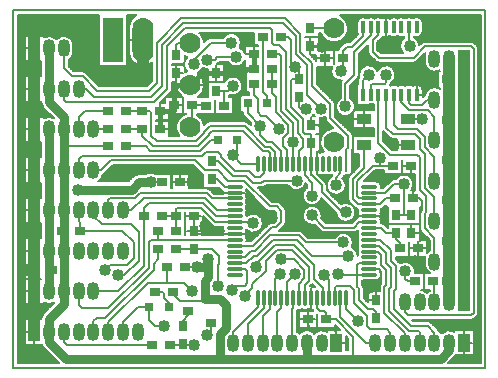
<source format=gtl>
%FSAX25Y25*%
%MOIN*%
G70*
G01*
G75*
%ADD10C,0.00800*%
%ADD11R,0.03543X0.03150*%
%ADD12R,0.03150X0.03543*%
%ADD13R,0.03150X0.03150*%
%ADD14R,0.01575X0.04331*%
%ADD15O,0.01575X0.04331*%
%ADD16O,0.01102X0.05512*%
%ADD17O,0.05512X0.01102*%
%ADD18R,0.04724X0.03543*%
%ADD19R,0.03543X0.03150*%
%ADD20O,0.01102X0.05512*%
%ADD21R,0.01102X0.05512*%
%ADD22C,0.03000*%
%ADD23C,0.04000*%
%ADD24C,0.01500*%
%ADD25R,0.04000X0.06000*%
%ADD26O,0.04000X0.06000*%
%ADD27C,0.04000*%
%ADD28C,0.07000*%
%ADD29O,0.07000X0.15000*%
%ADD30R,0.07000X0.15000*%
D10*
X0010512Y0018530D02*
G03*
X0009721Y0016621I0001909J-0001909D01*
G01*
X0010512Y0018530D02*
G03*
X0009721Y0016621I0001909J-0001909D01*
G01*
X0009891Y0008135D02*
G03*
X0010512Y0007170I0002530J0000943D01*
G01*
X0009891Y0008135D02*
G03*
X0010512Y0007170I0002530J0000943D01*
G01*
X0010700Y0022138D02*
G03*
X0014081Y0022099I0001721J0002698D01*
G01*
X0028669Y0062500D02*
G03*
X0030343Y0064818I-0001484J0002835D01*
G01*
G03*
X0030967Y0065204I-0000508J0001517D01*
G01*
X0030343Y0064818D02*
G03*
X0030968Y0065205I-0000508J0001517D01*
G01*
X0042400Y0065000D02*
G03*
X0040491Y0064209I0000000J-0002700D01*
G01*
X0042400Y0065000D02*
G03*
X0040491Y0064209I0000000J-0002700D01*
G01*
X0047876Y0065075D02*
G03*
X0044564Y0065000I-0001594J-0002775D01*
G01*
X0078200Y0042714D02*
G03*
X0078239Y0043083I-0001712J0000368D01*
G01*
X0070630Y0046035D02*
G03*
X0070387Y0044600I0001448J-0000984D01*
G01*
X0078239Y0043083D02*
G03*
X0077937Y0044067I-0001751J0000000D01*
G01*
G03*
X0078239Y0045051I-0001448J0000984D01*
G01*
G03*
X0077937Y0046035I-0001751J0000000D01*
G01*
X0078140Y0046439D02*
G03*
X0083700Y0048600I0002360J0002161D01*
G01*
X0070367Y0047388D02*
G03*
X0070630Y0046035I0001712J-0000368D01*
G01*
X0077937D02*
G03*
X0078140Y0046439I-0001448J0000984D01*
G01*
X0066681Y0047857D02*
G03*
X0067812Y0047388I0001131J0001131D01*
G01*
X0066679Y0047858D02*
G03*
X0067812Y0047388I0001133J0001130D01*
G01*
X0086600Y0048800D02*
G03*
X0085467Y0048330I0000000J-0001600D01*
G01*
X0086600Y0048800D02*
G03*
X0085469Y0048331I0000000J-0001600D01*
G01*
X0090930Y0047867D02*
G03*
X0091400Y0049000I-0001130J0001133D01*
G01*
X0090931Y0047869D02*
G03*
X0091400Y0049000I-0001131J0001131D01*
G01*
X0095873Y0011820D02*
G03*
X0095013Y0012545I-0002461J-0002046D01*
G01*
Y0019190D02*
G03*
X0095291Y0019697I-0001241J0001010D01*
G01*
X0095013Y0019190D02*
G03*
X0095291Y0019697I-0001241J0001010D01*
G01*
X0100794Y0011820D02*
G03*
X0095873Y0011820I-0002461J-0002046D01*
G01*
X0104976Y0012472D02*
G03*
X0100794Y0011820I-0001721J-0002698D01*
G01*
X0095291Y0019697D02*
G03*
X0096724Y0019941I0000450J0001692D01*
G01*
G03*
X0098693Y0019941I0000984J0001448D01*
G01*
X0096831Y0045631D02*
G03*
X0095700Y0046100I-0001131J-0001131D01*
G01*
X0096833Y0045630D02*
G03*
X0095700Y0046100I-0001133J-0001130D01*
G01*
X0098693Y0019941D02*
G03*
X0100221Y0019725I0000984J0001448D01*
G01*
X0100661Y0027248D02*
G03*
X0099505Y0027542I-0000984J-0001448D01*
G01*
X0100221Y0019725D02*
G03*
X0100465Y0019375I0001424J0000729D01*
G01*
X0100221Y0019725D02*
G03*
X0100465Y0019375I0001424J0000729D01*
G01*
X0100947Y0027405D02*
G03*
X0100661Y0027248I0000699J-0001606D01*
G01*
X0078239Y0050957D02*
G03*
X0077937Y0051941I-0001751J0000000D01*
G01*
G03*
X0078239Y0052925I-0001448J0000984D01*
G01*
G03*
X0077937Y0053909I-0001751J0000000D01*
G01*
G03*
X0078239Y0054894I-0001448J0000984D01*
G01*
G03*
X0077937Y0055878I-0001751J0000000D01*
G01*
G03*
X0078239Y0056862I-0001448J0000984D01*
G01*
G03*
X0077937Y0057846I-0001751J0000000D01*
G01*
G03*
X0078239Y0058831I-0001448J0000984D01*
G01*
X0083700Y0048600D02*
G03*
X0078237Y0050862I-0003200J0000000D01*
G01*
X0066231Y0059731D02*
G03*
X0065100Y0060200I-0001131J-0001131D01*
G01*
X0066233Y0059730D02*
G03*
X0065100Y0060200I-0001133J-0001130D01*
G01*
X0063367Y0065070D02*
G03*
X0063825Y0064749I0001133J0001130D01*
G01*
X0063369Y0065069D02*
G03*
X0063825Y0064749I0001131J0001131D01*
G01*
X0070387Y0059284D02*
G03*
X0070367Y0058462I0001691J-0000453D01*
G01*
X0069768Y0059669D02*
G03*
X0070387Y0059284I0001133J0001130D01*
G01*
X0069770Y0059668D02*
G03*
X0070387Y0059284I0001131J0001131D01*
G01*
X0078239Y0058831D02*
G03*
X0077937Y0059815I-0001751J0000000D01*
G01*
X0083200Y0060500D02*
G03*
X0084333Y0060970I0000000J0001600D01*
G01*
X0084806Y0053069D02*
G03*
X0085937Y0052600I0001131J0001131D01*
G01*
X0084804Y0053070D02*
G03*
X0085937Y0052600I0001133J0001130D01*
G01*
X0091400Y0052700D02*
G03*
X0090931Y0053831I-0001600J0000000D01*
G01*
X0091400Y0052700D02*
G03*
X0090930Y0053833I-0001600J0000000D01*
G01*
X0103300Y0051200D02*
G03*
X0100928Y0048109I-0003200J0000000D01*
G01*
X0083200Y0060500D02*
G03*
X0084331Y0060969I0000000J0001600D01*
G01*
X0089431Y0055331D02*
G03*
X0088300Y0055800I-0001131J-0001131D01*
G01*
X0089433Y0055330D02*
G03*
X0088300Y0055800I-0001133J-0001130D01*
G01*
X0092129Y0061200D02*
G03*
X0097993Y0061981I0002771J0001600D01*
G01*
X0098500Y0060571D02*
G03*
X0103163Y0056874I0001600J-0002771D01*
G01*
X0014151Y0083528D02*
G03*
X0010700Y0083533I-0001729J-0002692D01*
G01*
X0009721Y0089076D02*
G03*
X0010512Y0087166I0002700J0000000D01*
G01*
X0009721Y0089076D02*
G03*
X0010512Y0087166I0002700J0000000D01*
G01*
X0024731Y0098731D02*
G03*
X0023600Y0099200I-0001131J-0001131D01*
G01*
X0024733Y0098730D02*
G03*
X0023600Y0099200I-0001133J-0001130D01*
G01*
X0014882Y0109881D02*
G03*
X0010700Y0110533I-0002461J-0002046D01*
G01*
X0018942Y0103064D02*
G03*
X0020542Y0105835I-0001600J0002771D01*
G01*
Y0107835D02*
G03*
X0014882Y0109881I-0003200J0000000D01*
G01*
X0038900Y0105700D02*
G03*
X0046726Y0102190I0004700J0000000D01*
G01*
X0041491Y0117900D02*
G03*
X0038900Y0113700I0002110J-0004200D01*
G01*
X0064050Y0081286D02*
G03*
X0061726Y0084684I-0004650J-0000686D01*
G01*
X0066000Y0082574D02*
G03*
X0064867Y0082104I0000000J-0001600D01*
G01*
X0066000Y0082574D02*
G03*
X0064869Y0082105I0000000J-0001600D01*
G01*
X0058041Y0085099D02*
G03*
X0055867Y0077500I0001359J-0004499D01*
G01*
X0052956Y0092193D02*
G03*
X0053426Y0093326I-0001130J0001133D01*
G01*
X0052957Y0092195D02*
G03*
X0053426Y0093326I-0001131J0001131D01*
G01*
X0061945Y0090649D02*
G03*
X0064100Y0094600I-0002545J0003951D01*
G01*
X0078794Y0082105D02*
G03*
X0077663Y0082574I-0001131J-0001131D01*
G01*
X0078795Y0082104D02*
G03*
X0077663Y0082574I-0001133J-0001130D01*
G01*
X0079735Y0081902D02*
G03*
X0079632Y0081268I0003091J-0000828D01*
G01*
X0076952Y0085348D02*
G03*
X0077422Y0084215I0001600J0000000D01*
G01*
X0076952Y0085348D02*
G03*
X0077421Y0084217I0001600J0000000D01*
G01*
X0072300Y0091128D02*
G03*
X0072817Y0091324I-0000300J0001572D01*
G01*
X0072300Y0091128D02*
G03*
X0072817Y0091324I-0000300J0001572D01*
G01*
X0100184Y0084372D02*
G03*
X0100550Y0084741I-0002084J0002428D01*
G01*
G03*
X0100916Y0084372I0002450J0002059D01*
G01*
X0072817Y0091324D02*
G03*
X0076900Y0094400I0000883J0003076D01*
G01*
X0054793Y0095528D02*
G03*
X0056855Y0090649I0004607J-0000928D01*
G01*
X0058386Y0099189D02*
G03*
X0057575Y0098931I0001014J-0004589D01*
G01*
X0064100Y0094600D02*
G03*
X0061904Y0098578I-0004700J0000000D01*
G01*
X0057400Y0101472D02*
G03*
X0057575Y0100457I0003200J0000028D01*
G01*
Y0102543D02*
G03*
X0057400Y0101528I0003025J-0001043D01*
G01*
X0061904Y0098578D02*
G03*
X0063582Y0100339I-0001304J0002922D01*
G01*
X0057575Y0100457D02*
G03*
X0058386Y0099189I0003025J0001043D01*
G01*
X0063582Y0100339D02*
G03*
X0065325Y0099902I0001618J0002761D01*
G01*
X0068321Y0101672D02*
G03*
X0068733Y0101970I-0000721J0001428D01*
G01*
X0058570Y0103974D02*
G03*
X0057575Y0102543I0002030J-0002474D01*
G01*
Y0104269D02*
G03*
X0058570Y0103974I0001825J0004331D01*
G01*
X0066300Y0110400D02*
G03*
X0065167Y0109930I0000000J-0001600D01*
G01*
X0064093Y0108856D02*
G03*
X0062537Y0112100I-0004693J-0000256D01*
G01*
X0066300Y0110400D02*
G03*
X0065169Y0109931I0000000J-0001600D01*
G01*
X0068321Y0101672D02*
G03*
X0068731Y0101969I-0000721J0001428D01*
G01*
X0076400Y0108800D02*
G03*
X0070429Y0110400I-0003200J0000000D01*
G01*
X0076900Y0094400D02*
G03*
X0070875Y0095903I-0003200J0000000D01*
G01*
X0072029Y0102400D02*
G03*
X0077728Y0102710I0002771J0001600D01*
G01*
X0101428Y0102755D02*
G03*
X0101230Y0102996I-0001328J-0000892D01*
G01*
X0101428Y0102755D02*
G03*
X0101231Y0102994I-0001328J-0000892D01*
G01*
X0077728Y0105290D02*
G03*
X0075859Y0107020I-0002928J-0001290D01*
G01*
G03*
X0076400Y0108800I-0002659J0001780D01*
G01*
X0113261Y0040582D02*
G03*
X0113700Y0042200I-0002761J0001618D01*
G01*
X0115297Y0037726D02*
G03*
X0113261Y0040582I-0003198J-0000126D01*
G01*
X0113700Y0042200D02*
G03*
X0107729Y0043800I-0003200J0000000D01*
G01*
X0103034Y0046003D02*
G03*
X0104165Y0045535I0001131J0001131D01*
G01*
X0103033Y0046005D02*
G03*
X0104165Y0045535I0001133J0001130D01*
G01*
X0117300Y0026900D02*
G03*
X0116831Y0028031I-0001600J0000000D01*
G01*
X0117300Y0026900D02*
G03*
X0116830Y0028033I-0001600J0000000D01*
G01*
X0123069Y0028480D02*
G03*
X0122600Y0027349I0001131J-0001131D01*
G01*
X0123070Y0028482D02*
G03*
X0122600Y0027349I0001130J-0001133D01*
G01*
X0121370Y0029520D02*
G03*
X0123121Y0031272I0000000J0001751D01*
G01*
G03*
X0122819Y0032256I-0001751J0000000D01*
G01*
X0113935Y0045535D02*
G03*
X0115067Y0046005I0000000J0001600D01*
G01*
X0115512Y0038161D02*
G03*
X0115297Y0037726I0001448J-0000984D01*
G01*
X0115512Y0040130D02*
G03*
X0115512Y0038161I0001448J-0000984D01*
G01*
Y0042098D02*
G03*
X0115512Y0040130I0001448J-0000984D01*
G01*
Y0044067D02*
G03*
X0115512Y0042098I0001448J-0000984D01*
G01*
X0113935Y0045535D02*
G03*
X0115066Y0046003I0000000J0001600D01*
G01*
X0115269Y0050502D02*
G03*
X0114655Y0050118I0000519J-0001514D01*
G01*
X0115512Y0046035D02*
G03*
X0115512Y0044067I0001448J-0000984D01*
G01*
X0115364Y0046301D02*
G03*
X0115512Y0046035I0001597J0000719D01*
G01*
X0115269Y0050502D02*
G03*
X0114657Y0050120I0000519J-0001514D01*
G01*
X0122819Y0032256D02*
G03*
X0122982Y0032555I-0001448J0000984D01*
G01*
X0124312Y0048151D02*
G03*
X0123180Y0048620I-0001131J-0001131D01*
G01*
X0124313Y0048150D02*
G03*
X0123180Y0048620I-0001133J-0001130D01*
G01*
X0123121Y0048988D02*
G03*
X0122819Y0049972I-0001751J0000000D01*
G01*
X0123082Y0048620D02*
G03*
X0123121Y0048988I-0001712J0000368D01*
G01*
X0122819Y0049972D02*
G03*
X0123121Y0050957I-0001448J0000984D01*
G01*
X0103191Y0050372D02*
G03*
X0103300Y0051200I-0003091J0000828D01*
G01*
X0108112Y0051925D02*
G03*
X0114500Y0052200I0003188J0000274D01*
G01*
G03*
X0109632Y0054931I-0003200J0000000D01*
G01*
X0104900Y0061200D02*
G03*
X0111300Y0061200I0003200J0000000D01*
G01*
X0104900D02*
G03*
X0104431Y0062331I-0001600J0000000D01*
G01*
X0104900Y0061200D02*
G03*
X0104430Y0062333I-0001600J0000000D01*
G01*
X0102164Y0064599D02*
G03*
X0102630Y0064823I-0000518J0001673D01*
G01*
G03*
X0104598Y0064823I0000984J0001448D01*
G01*
X0106510Y0063977D02*
G03*
X0104900Y0061200I0001590J-0002777D01*
G01*
X0111300D02*
G03*
X0110188Y0063625I-0003200J0000000D01*
G01*
X0106778Y0064701D02*
G03*
X0106510Y0063977I0001323J-0000900D01*
G01*
X0104598Y0064823D02*
G03*
X0106567Y0064823I0000984J0001448D01*
G01*
X0106778Y0064701D02*
G03*
X0106510Y0063977I0001323J-0000900D01*
G01*
X0110650Y0064087D02*
G03*
X0110959Y0064520I-0001130J0001133D01*
G01*
X0110651Y0064088D02*
G03*
X0110959Y0064520I-0001131J0001131D01*
G01*
X0115512Y0051941D02*
G03*
X0115269Y0050502I0001448J-0000984D01*
G01*
X0115253Y0053314D02*
G03*
X0115512Y0051941I0001708J-0000389D01*
G01*
X0123121Y0050957D02*
G03*
X0122819Y0051941I-0001751J0000000D01*
G01*
X0112000Y0056800D02*
G03*
X0112470Y0055667I0001600J0000000D01*
G01*
X0112000Y0056800D02*
G03*
X0112469Y0055669I0001600J0000000D01*
G01*
X0114374Y0053764D02*
G03*
X0115253Y0053314I0001133J0001130D01*
G01*
X0114375Y0053762D02*
G03*
X0115253Y0053314I0001131J0001131D01*
G01*
X0122819Y0051941D02*
G03*
X0123121Y0052925I-0001448J0000984D01*
G01*
G03*
X0123065Y0053365I-0001751J0000000D01*
G01*
G03*
X0123726Y0053764I-0000472J0001529D01*
G01*
X0123065Y0053365D02*
G03*
X0123725Y0053762I-0000472J0001529D01*
G01*
X0123082Y0060431D02*
G03*
X0123121Y0060799I-0001712J0000368D01*
G01*
X0112469Y0064399D02*
G03*
X0112000Y0063268I0001131J-0001131D01*
G01*
X0112470Y0064401D02*
G03*
X0112000Y0063268I0001130J-0001133D01*
G01*
X0123121Y0060799D02*
G03*
X0121370Y0062550I-0001751J0000000D01*
G01*
X0127400Y0063300D02*
G03*
X0126267Y0062830I0000000J-0001600D01*
G01*
X0127400Y0063300D02*
G03*
X0126269Y0062831I0000000J-0001600D01*
G01*
X0139689Y0015531D02*
G03*
X0138558Y0016000I-0001131J-0001131D01*
G01*
X0139690Y0015530D02*
G03*
X0138558Y0016000I-0001133J-0001130D01*
G01*
X0143318Y0011820D02*
G03*
X0142381Y0012588I-0002461J-0002046D01*
G01*
G03*
X0141988Y0013233I-0001524J-0000488D01*
G01*
X0142381Y0012588D02*
G03*
X0141989Y0013231I-0001524J-0000488D01*
G01*
X0147500Y0012472D02*
G03*
X0143318Y0011820I-0001721J-0002698D01*
G01*
X0129411Y0035153D02*
G03*
X0129130Y0035533I-0001412J-0000753D01*
G01*
X0129411Y0035153D02*
G03*
X0129131Y0035531I-0001412J-0000753D01*
G01*
X0134357Y0031975D02*
G03*
X0134400Y0032500I-0003157J0000525D01*
G01*
X0138397Y0025320D02*
G03*
X0136493Y0026425I-0002461J-0002046D01*
G01*
X0139258Y0026045D02*
G03*
X0138397Y0025320I0001600J-0002771D01*
G01*
X0137658Y0034774D02*
G03*
X0139307Y0031975I0003200J0000000D01*
G01*
X0153200Y0016400D02*
G03*
X0154331Y0016869I0000000J0001600D01*
G01*
X0153200Y0016400D02*
G03*
X0154333Y0016870I0000000J0001600D01*
G01*
X0155030Y0017567D02*
G03*
X0155500Y0018700I-0001130J0001133D01*
G01*
X0155031Y0017569D02*
G03*
X0155500Y0018700I-0001131J0001131D01*
G01*
X0134400Y0032500D02*
G03*
X0129411Y0035153I-0003200J0000000D01*
G01*
X0136000Y0046900D02*
G03*
X0136469Y0045769I0001600J0000000D01*
G01*
X0136000Y0046900D02*
G03*
X0136470Y0045767I0001600J0000000D01*
G01*
X0133178Y0059675D02*
G03*
X0133900Y0061700I-0002478J0002025D01*
G01*
X0136469Y0052731D02*
G03*
X0136000Y0051600I0001131J-0001131D01*
G01*
X0136470Y0052733D02*
G03*
X0136000Y0051600I0001130J-0001133D01*
G01*
X0133900Y0061700D02*
G03*
X0127929Y0063300I-0003200J0000000D01*
G01*
X0137725Y0037425D02*
G03*
X0137658Y0036774I0003133J-0000651D01*
G01*
X0139258Y0039545D02*
G03*
X0138372Y0038789I0001600J-0002771D01*
G01*
X0102630Y0072129D02*
G03*
X0101761Y0072428I-0000984J-0001448D01*
G01*
X0103960Y0072398D02*
G03*
X0102630Y0072129I-0000346J-0001717D01*
G01*
X0107144Y0080293D02*
G03*
X0103960Y0072398I0000256J-0004693D01*
G01*
X0104600Y0083500D02*
G03*
X0105070Y0082367I0001600J0000000D01*
G01*
X0102575Y0083628D02*
G03*
X0104600Y0084029I0000425J0003172D01*
G01*
Y0083500D02*
G03*
X0105069Y0082369I0001600J0000000D01*
G01*
X0107800Y0088200D02*
G03*
X0107330Y0089333I-0001600J0000000D01*
G01*
X0107800Y0088200D02*
G03*
X0107331Y0089331I-0001600J0000000D01*
G01*
X0109600Y0090271D02*
G03*
X0113754Y0085572I0001600J-0002771D01*
G01*
X0114400Y0087500D02*
G03*
X0112800Y0090271I-0003200J0000000D01*
G01*
X0113230Y0072667D02*
G03*
X0113700Y0073800I-0001130J0001133D01*
G01*
X0113231Y0072669D02*
G03*
X0113700Y0073800I-0001131J0001131D01*
G01*
Y0077600D02*
G03*
X0113231Y0078731I-0001600J0000000D01*
G01*
X0113700Y0077600D02*
G03*
X0113230Y0078733I-0001600J0000000D01*
G01*
X0113754Y0085572D02*
G03*
X0114167Y0086302I-0002554J0001928D01*
G01*
G03*
X0114400Y0087500I-0002967J0001198D01*
G01*
X0119031Y0088198D02*
G03*
X0120561Y0088361I0000572J0001903D01*
G01*
X0109968Y0096121D02*
G03*
X0109600Y0095100I0001232J-0001021D01*
G01*
X0109968Y0096121D02*
G03*
X0109600Y0095100I0001232J-0001021D01*
G01*
X0106787Y0100825D02*
G03*
X0109968Y0096121I0002813J-0001525D01*
G01*
X0109269Y0107231D02*
G03*
X0108824Y0106375I0001131J-0001131D01*
G01*
X0109270Y0107233D02*
G03*
X0108824Y0106375I0001130J-0001133D01*
G01*
X0111600Y0108900D02*
G03*
X0110467Y0108430I0000000J-0001600D01*
G01*
X0111600Y0108900D02*
G03*
X0110469Y0108431I0000000J-0001600D01*
G01*
X0102981Y0112000D02*
G03*
X0112100Y0113600I0004419J0001600D01*
G01*
G03*
X0109297Y0117900I-0004700J0000000D01*
G01*
X0115194Y0096833D02*
G03*
X0115700Y0098000I-0001094J0001167D01*
G01*
X0115811Y0097264D02*
G03*
X0115443Y0096243I0001232J-0001021D01*
G01*
X0115811Y0097264D02*
G03*
X0115443Y0096243I0001232J-0001021D01*
G01*
X0115700Y0098100D02*
G03*
X0115811Y0097264I0003200J0000000D01*
G01*
X0118669Y0105800D02*
G03*
X0119139Y0104667I0001600J0000000D01*
G01*
X0121800Y0099453D02*
G03*
X0115700Y0098100I-0002900J-0001353D01*
G01*
X0121223Y0102583D02*
G03*
X0122356Y0102113I0001133J0001130D01*
G01*
X0121224Y0102582D02*
G03*
X0122356Y0102113I0001131J0001131D01*
G01*
X0118669Y0105800D02*
G03*
X0119138Y0104669I0001600J0000000D01*
G01*
X0115056Y0112542D02*
G03*
X0115309Y0111572I0001987J0000000D01*
G01*
X0118323Y0116819D02*
G03*
X0115056Y0115298I-0001280J-0001521D01*
G01*
X0120882Y0116819D02*
G03*
X0118323Y0116819I-0001280J-0001521D01*
G01*
X0125767Y0077170D02*
G03*
X0126900Y0076700I0001133J0001130D01*
G01*
X0125769Y0077169D02*
G03*
X0126900Y0076700I0001131J0001131D01*
G01*
X0125930Y0094467D02*
G03*
X0126385Y0095379I-0001130J0001133D01*
G01*
X0128559Y0094378D02*
G03*
X0126000Y0094378I-0001280J-0001521D01*
G01*
X0136944Y0092857D02*
G03*
X0133677Y0094378I-0001987J0000000D01*
G01*
X0125931Y0094469D02*
G03*
X0126385Y0095379I-0001131J0001131D01*
G01*
X0127900Y0098100D02*
G03*
X0121800Y0099453I-0003200J0000000D01*
G01*
X0126385Y0095379D02*
G03*
X0127900Y0098100I-0001685J0002721D01*
G01*
X0131118Y0094378D02*
G03*
X0128559Y0094378I-0001280J-0001521D01*
G01*
X0133677D02*
G03*
X0131118Y0094378I-0001280J-0001521D01*
G01*
X0137689Y0091220D02*
G03*
X0137241Y0090904I0000685J-0001446D01*
G01*
X0137689Y0091220D02*
G03*
X0137243Y0090905I0000685J-0001446D01*
G01*
X0142579Y0093472D02*
G03*
X0137689Y0091220I-0001721J-0002698D01*
G01*
X0141928Y0099259D02*
G03*
X0142212Y0099375I-0001071J0003015D01*
G01*
G03*
X0142579Y0099576I-0001354J0002899D01*
G01*
X0133913Y0102113D02*
G03*
X0135046Y0102583I0000000J0001600D01*
G01*
X0133913Y0102113D02*
G03*
X0135045Y0102582I0000000J0001600D01*
G01*
X0130824Y0110362D02*
G03*
X0130468Y0105313I0001776J-0002662D01*
G01*
X0135796Y0107859D02*
G03*
X0134024Y0110566I-0003196J-0000159D01*
G01*
X0123291Y0110329D02*
G03*
X0123648Y0110869I-0001130J0001133D01*
G01*
X0123293Y0110330D02*
G03*
X0123648Y0110869I-0001131J0001131D01*
G01*
X0123441Y0116819D02*
G03*
X0120882Y0116819I-0001280J-0001521D01*
G01*
X0123648Y0110869D02*
G03*
X0126000Y0111022I0001073J0001673D01*
G01*
Y0116819D02*
G03*
X0123441Y0116819I-0001280J-0001521D01*
G01*
X0126000Y0111022D02*
G03*
X0128559Y0111022I0001280J0001521D01*
G01*
X0128559Y0116819D02*
G03*
X0126000Y0116819I-0001280J-0001521D01*
G01*
X0128559Y0111022D02*
G03*
X0130824Y0110816I0001280J0001521D01*
G01*
X0131118Y0116819D02*
G03*
X0128559Y0116819I-0001280J-0001521D01*
G01*
X0133677D02*
G03*
X0131118Y0116819I-0001280J-0001521D01*
G01*
X0134024Y0110788D02*
G03*
X0136944Y0112542I0000933J0001755D01*
G01*
Y0115298D02*
G03*
X0133677Y0116819I-0001987J0000000D01*
G01*
X0137658Y0102274D02*
G03*
X0141928Y0099259I0003200J0000000D01*
G01*
X0137862Y0105399D02*
G03*
X0137658Y0104274I0002996J-0001125D01*
G01*
X0137700Y0109100D02*
G03*
X0136567Y0108630I0000000J-0001600D01*
G01*
X0137700Y0109100D02*
G03*
X0136569Y0108631I0000000J-0001600D01*
G01*
X0154331D02*
G03*
X0153200Y0109100I-0001131J-0001131D01*
G01*
X0154333Y0108630D02*
G03*
X0153200Y0109100I-0001133J-0001130D01*
G01*
X0155500Y0106800D02*
G03*
X0155030Y0107933I-0001600J0000000D01*
G01*
X0155500Y0106800D02*
G03*
X0155031Y0107931I-0001600J0000000D01*
G01*
X0057400Y0028700D02*
X0060000Y0026100D01*
X0066486Y0023288D02*
X0066537Y0023237D01*
X0069100Y0035100D02*
Y0037500D01*
X0068600Y0027700D02*
Y0034600D01*
X0069100Y0035100D01*
X0100100Y0094300D02*
X0106200Y0088200D01*
X0100100Y0094300D02*
Y0101863D01*
X0111488Y0019912D02*
Y0023594D01*
Y0019912D02*
X0115300Y0016100D01*
X0109520Y0017280D02*
X0118026Y0008774D01*
X0109520Y0017280D02*
Y0023594D01*
X0062924Y0022800D02*
X0063412Y0023288D01*
X0104600Y0016600D02*
Y0018700D01*
Y0016600D02*
X0107900D01*
X0101646Y0020454D02*
X0102700Y0019400D01*
X0107900Y0016600D02*
X0113800Y0010700D01*
X0103900Y0019400D02*
X0104600Y0018700D01*
X0102700Y0019400D02*
X0103900D01*
X0101646Y0020454D02*
Y0023594D01*
X0106976Y0013400D02*
X0108176Y0012200D01*
Y0008774D02*
Y0012200D01*
X0099800Y0013400D02*
X0106976D01*
X0098600Y0014600D02*
X0099800Y0013400D01*
X0128000Y0026600D02*
Y0034400D01*
X0127400Y0026000D02*
X0128000Y0026600D01*
X0127400Y0020100D02*
X0133100Y0014400D01*
X0127400Y0020100D02*
Y0026000D01*
X0126400Y0027286D02*
Y0033700D01*
X0125800Y0026686D02*
X0126400Y0027286D01*
X0125800Y0019400D02*
X0132500Y0012700D01*
X0125800Y0019400D02*
Y0026686D01*
X0124800Y0027949D02*
Y0033000D01*
X0124200Y0027349D02*
X0124800Y0027949D01*
X0124200Y0018700D02*
X0131015Y0011885D01*
X0124200Y0018700D02*
Y0027349D01*
X0138200Y0052200D02*
Y0057600D01*
X0137600Y0051600D02*
X0138200Y0052200D01*
X0136000Y0059800D02*
X0138200Y0057600D01*
X0135800Y0056900D02*
X0136600Y0056100D01*
X0136000Y0052263D02*
X0136600Y0052863D01*
Y0056100D01*
X0133700Y0056900D02*
X0135800D01*
X0106200Y0083500D02*
Y0088200D01*
Y0083500D02*
X0112100Y0077600D01*
X0107800Y0085300D02*
Y0088900D01*
Y0085300D02*
X0109769Y0083331D01*
X0134400Y0036100D02*
X0135400Y0037100D01*
X0128200Y0043300D02*
Y0045400D01*
Y0043300D02*
X0129400Y0042100D01*
Y0040200D02*
Y0042100D01*
X0135400Y0042200D02*
X0136000Y0042800D01*
X0122500Y0050957D02*
X0125057Y0048400D01*
X0124800Y0045400D02*
X0128200D01*
X0123180Y0047020D02*
X0124800Y0045400D01*
X0137600Y0046900D02*
Y0051600D01*
X0133700Y0056900D02*
Y0059000D01*
X0119165Y0047020D02*
X0123180D01*
X0124531Y0058831D02*
X0127400Y0061700D01*
X0130700D01*
X0136000Y0059800D02*
Y0070500D01*
X0122161Y0075339D02*
Y0091479D01*
Y0075339D02*
X0126100Y0071400D01*
X0135100D01*
X0136000Y0070500D01*
X0131814Y0074600D02*
X0131884Y0074669D01*
X0127500Y0074600D02*
X0131814D01*
X0135100Y0079900D02*
X0137600Y0077400D01*
X0127279Y0081420D02*
X0128800Y0079900D01*
X0135100D01*
X0136000Y0073337D02*
Y0076737D01*
X0124721Y0080480D02*
Y0091479D01*
Y0080480D02*
X0126900Y0078300D01*
X0134437D01*
X0136000Y0076737D01*
X0137600Y0074000D02*
Y0077400D01*
X0127279Y0081420D02*
Y0091479D01*
X0131884Y0083331D02*
X0132014Y0083200D01*
X0136600D01*
X0140858Y0076274D02*
Y0084142D01*
X0132400Y0086400D02*
X0138600D01*
X0140858Y0084142D01*
X0133700Y0059000D02*
X0134119Y0059419D01*
X0133000Y0064800D02*
X0134119Y0063681D01*
Y0059419D02*
Y0063681D01*
X0115200Y0057500D02*
Y0062605D01*
X0113600Y0056800D02*
Y0063268D01*
X0117316Y0066984D02*
Y0073069D01*
X0113600Y0063268D02*
X0117316Y0066984D01*
X0137600Y0060463D02*
Y0071737D01*
X0136000Y0073337D02*
X0137600Y0071737D01*
Y0074000D02*
X0140858Y0070742D01*
X0140820Y0057242D02*
X0140858D01*
X0137600Y0060463D02*
X0140820Y0057242D01*
X0140858Y0062774D02*
Y0070742D01*
Y0049274D02*
Y0057242D01*
X0137600Y0046900D02*
X0140858Y0043642D01*
X0020000Y0097600D02*
X0023600D01*
X0028500Y0092700D01*
X0051600Y0028800D02*
Y0034200D01*
X0032106Y0015506D02*
X0045300Y0028700D01*
X0032106Y0012335D02*
Y0015506D01*
X0074283Y0033240D02*
X0077860D01*
X0073400Y0026400D02*
X0074700Y0027700D01*
X0080300Y0062100D02*
X0083200D01*
X0083900Y0062800D01*
X0094900D01*
X0066537Y0015363D02*
X0066637Y0015463D01*
X0037027Y0015728D02*
X0042052Y0020752D01*
X0037027Y0012335D02*
Y0015728D01*
X0047726Y0014274D02*
X0052026D01*
X0045752Y0016248D02*
X0047726Y0014274D01*
X0100100Y0057800D02*
Y0062137D01*
X0097709Y0064529D02*
X0100100Y0062137D01*
X0097709Y0064529D02*
Y0069264D01*
X0035500Y0031300D02*
X0037400D01*
X0042226Y0036126D01*
Y0045774D01*
X0039626Y0048374D02*
X0042226Y0045774D01*
X0029926Y0048374D02*
X0039626D01*
X0027185Y0051115D02*
X0029926Y0048374D01*
X0027185Y0051115D02*
Y0052835D01*
X0113600Y0056800D02*
X0115506Y0054894D01*
X0115838Y0056862D02*
X0119165D01*
X0115200Y0057500D02*
X0115838Y0056862D01*
X0056700Y0008000D02*
X0056900Y0008200D01*
X0052700Y0008000D02*
X0056700D01*
X0056900Y0008200D02*
X0057100Y0008000D01*
X0060600D01*
X0083929Y0023594D02*
X0083929Y0022500D01*
X0131900Y0029200D02*
X0134500D01*
X0131200Y0029900D02*
X0131900Y0029200D01*
X0131200Y0029900D02*
Y0032500D01*
X0107551Y0023594D02*
Y0027051D01*
X0108100Y0027600D01*
X0124900Y0013300D02*
X0126094Y0012106D01*
Y0008774D02*
Y0012106D01*
X0131015Y0008774D02*
Y0011885D01*
X0135936Y0008774D02*
Y0012264D01*
X0135500Y0012700D02*
X0135936Y0012264D01*
X0132500Y0012700D02*
X0135500D01*
X0133100Y0014400D02*
X0138558D01*
X0140858Y0012100D01*
Y0008774D02*
Y0012100D01*
X0018400Y0008000D02*
X0047100D01*
X0017343Y0009058D02*
X0018400Y0008000D01*
X0017343Y0009058D02*
Y0012335D01*
X0063000Y0053800D02*
X0067812Y0048988D01*
X0055000Y0053800D02*
X0063000D01*
X0054600Y0053400D02*
X0055000Y0053800D01*
X0080112Y0048988D02*
X0080500Y0048600D01*
X0056100Y0022800D02*
X0062924D01*
X0053800Y0025100D02*
X0056100Y0022800D01*
X0053800Y0025100D02*
Y0025800D01*
X0057700Y0034100D02*
X0061600D01*
X0048600Y0043100D02*
Y0046000D01*
X0071000Y0043000D02*
X0071083Y0043083D01*
X0074283D01*
X0022264Y0021236D02*
Y0025835D01*
Y0021236D02*
X0023300Y0020200D01*
X0032100D01*
X0045626Y0033726D01*
Y0042300D01*
X0046326Y0043000D01*
X0035335Y0025835D02*
X0043926Y0034426D01*
X0027185Y0025835D02*
X0035335D01*
X0068143Y0050957D02*
X0074283D01*
X0063700Y0055400D02*
X0068143Y0050957D01*
X0045800Y0055400D02*
X0063700D01*
X0043926Y0053526D02*
X0045800Y0055400D01*
X0037028Y0052835D02*
X0039835D01*
X0044000Y0057000D01*
X0064400D01*
X0068475Y0052925D01*
X0074283D01*
X0032106Y0052835D02*
Y0056406D01*
X0065100Y0058600D02*
X0066838Y0056862D01*
X0074283D01*
X0080900Y0063900D02*
X0082600D01*
X0083929Y0065229D01*
Y0068476D01*
X0017342Y0100258D02*
Y0106835D01*
Y0100258D02*
X0020000Y0097600D01*
X0028500Y0092700D02*
X0045600D01*
X0048326Y0095426D01*
Y0108700D01*
X0056526Y0116900D01*
X0022264Y0093335D02*
X0022264Y0093335D01*
X0024665D01*
X0027300Y0090700D01*
X0046400D01*
X0049926Y0094226D01*
Y0108037D01*
X0057189Y0115300D01*
X0017342Y0093335D02*
X0017342Y0093335D01*
Y0089617D02*
Y0093335D01*
Y0089617D02*
X0018060Y0088900D01*
X0047400D01*
X0051826Y0093326D01*
Y0107675D01*
X0057851Y0113700D01*
X0095740Y0069264D02*
Y0072788D01*
X0095740Y0068476D02*
X0095740Y0069264D01*
X0060600Y0046000D02*
Y0051000D01*
X0067169Y0058831D02*
X0074283D01*
X0086600Y0049500D02*
Y0050400D01*
X0082151Y0045051D02*
X0086600Y0049500D01*
X0112000Y0056100D02*
X0115000Y0053100D01*
Y0051700D02*
Y0053100D01*
Y0051700D02*
X0115743Y0050957D01*
X0047800Y0025800D02*
X0050200D01*
X0050600Y0025400D01*
Y0023700D02*
Y0025400D01*
Y0023700D02*
X0052248Y0022052D01*
Y0020800D02*
Y0022052D01*
X0022264Y0049336D02*
Y0052835D01*
Y0049336D02*
X0022826Y0048774D01*
Y0046074D02*
Y0048774D01*
X0030900Y0033000D02*
X0032700Y0034800D01*
X0038400D01*
X0040626Y0037026D01*
Y0042248D01*
X0036800Y0046074D02*
X0040626Y0042248D01*
X0022826Y0046074D02*
X0036800D01*
X0066600Y0040000D02*
X0069100Y0037500D01*
X0048800Y0036500D02*
Y0040100D01*
X0047300Y0035000D02*
X0048800Y0036500D01*
X0047300Y0033100D02*
Y0035000D01*
X0031200Y0017000D02*
X0047300Y0033100D01*
X0028289Y0017000D02*
X0031200D01*
X0027185Y0015896D02*
X0028289Y0017000D01*
X0027185Y0012335D02*
Y0015896D01*
X0140858Y0035774D02*
Y0043642D01*
X0140858Y0089774D02*
X0140858Y0089774D01*
X0140500Y0029200D02*
X0140858Y0029042D01*
Y0022274D02*
Y0029042D01*
X0038026Y0079874D02*
X0043426D01*
X0065700Y0078411D02*
X0066663Y0079374D01*
X0043426Y0077774D02*
Y0079874D01*
X0045926Y0085874D02*
X0046426Y0085374D01*
X0032026Y0085874D02*
X0032026Y0085874D01*
X0024226Y0085874D02*
X0032026D01*
X0022264Y0083912D02*
X0024226Y0085874D01*
X0022264Y0079835D02*
Y0083912D01*
X0031987Y0079835D02*
X0032026Y0079874D01*
X0027185Y0079835D02*
X0031987D01*
X0060126Y0081326D02*
Y0087874D01*
X0059400Y0080600D02*
X0060126Y0081326D01*
X0056900Y0014200D02*
Y0016000D01*
X0058763Y0017863D01*
X0058663Y0019300D02*
X0058763Y0017863D01*
X0119165Y0039146D02*
X0122154D01*
X0123200Y0038100D01*
X0119165Y0041114D02*
X0122486D01*
X0124800Y0038800D01*
X0119165Y0043083D02*
X0122817D01*
X0118500Y0014300D02*
X0119500Y0013300D01*
X0118500Y0014300D02*
Y0017500D01*
X0119500Y0013300D02*
X0124900D01*
X0119165Y0033240D02*
X0122260D01*
X0123200Y0032300D01*
Y0028700D02*
Y0032300D01*
X0121500Y0027000D02*
X0123200Y0028700D01*
X0119100Y0027000D02*
X0121500D01*
X0121400Y0023000D02*
X0121500Y0023100D01*
X0121400Y0016900D02*
Y0019000D01*
X0120500Y0019900D02*
X0121400Y0019000D01*
X0114061Y0021938D02*
X0118500Y0017500D01*
X0118700Y0019900D02*
X0120500D01*
X0115700Y0022900D02*
X0118700Y0019900D01*
X0124800Y0035300D02*
Y0038800D01*
Y0035300D02*
X0126400Y0033700D01*
X0123200Y0034600D02*
Y0038100D01*
Y0034600D02*
X0124800Y0033000D01*
X0126400Y0036000D02*
X0128000Y0034400D01*
X0126400Y0036000D02*
Y0039500D01*
X0122817Y0043083D02*
X0126400Y0039500D01*
X0111488Y0068476D02*
Y0073188D01*
X0112000Y0063931D02*
X0113300Y0065231D01*
X0111488Y0073188D02*
X0112100Y0073800D01*
X0113300Y0072700D02*
X0113700Y0073100D01*
X0113300Y0065231D02*
Y0072700D01*
X0132424Y0107876D02*
Y0113920D01*
Y0107876D02*
X0132600Y0107700D01*
X0066537Y0012837D02*
Y0015363D01*
X0065100Y0011400D02*
X0066537Y0012837D01*
X0099677Y0020377D02*
Y0023594D01*
X0098600Y0019300D02*
X0099677Y0020377D01*
X0118026Y0008774D02*
X0121172D01*
X0085898Y0068476D02*
Y0071902D01*
X0085300Y0072500D02*
X0085898Y0071902D01*
X0083874Y0072500D02*
X0085300D01*
X0066663Y0079374D02*
X0077000D01*
X0083874Y0072500D01*
X0087866Y0068476D02*
Y0072234D01*
X0086000Y0074100D02*
X0087866Y0072234D01*
X0084537Y0074100D02*
X0086000D01*
X0077663Y0080974D02*
X0084537Y0074100D01*
X0082826Y0078074D02*
X0085199Y0075700D01*
X0086700D01*
X0089835Y0072565D01*
Y0068476D02*
Y0072565D01*
X0082826Y0078074D02*
Y0081074D01*
X0091803Y0068476D02*
Y0072897D01*
X0093700Y0068548D02*
X0093772Y0068476D01*
X0097025Y0074073D02*
Y0076775D01*
X0095740Y0072788D02*
X0097025Y0074073D01*
X0095300Y0078500D02*
X0097025Y0076775D01*
X0097000Y0079063D02*
X0097663Y0078400D01*
X0099400D01*
X0099677Y0078123D01*
X0101646Y0071946D02*
X0102600Y0072900D01*
Y0080800D01*
X0102000Y0081400D02*
X0102600Y0080800D01*
X0099800Y0081400D02*
X0102000D01*
X0132398Y0088702D02*
Y0091479D01*
Y0088702D02*
X0133100Y0088000D01*
X0136600D01*
X0138374Y0089774D01*
X0140858D01*
X0134957Y0091479D02*
Y0097257D01*
X0135000Y0097300D01*
X0119165Y0058831D02*
X0124531D01*
X0122594Y0054894D02*
X0124600Y0056900D01*
X0127700D01*
X0123700Y0107000D02*
Y0109800D01*
X0124721Y0110820D02*
Y0113920D01*
X0123700Y0109800D02*
X0124721Y0110820D01*
X0099980Y0064520D02*
X0103300Y0061200D01*
X0101646Y0065154D02*
X0104900Y0061900D01*
X0109520Y0065220D02*
Y0068476D01*
X0108100Y0063800D02*
X0109520Y0065220D01*
X0108100Y0061200D02*
Y0063800D01*
X0054800Y0104500D02*
Y0107900D01*
X0055500Y0108600D01*
X0059400D01*
X0054800Y0095300D02*
Y0098500D01*
X0060600Y0101500D02*
Y0103100D01*
X0066300Y0108800D01*
X0073200D01*
X0068500Y0104000D02*
X0074800D01*
X0067600Y0103100D02*
X0068500Y0104000D01*
X0065200Y0103100D02*
X0067600D01*
X0046426Y0077800D02*
X0048326Y0075900D01*
X0046426Y0077800D02*
Y0085374D01*
X0064000Y0078974D02*
X0066000Y0080974D01*
X0077663D01*
X0066463Y0076400D02*
X0068552D01*
X0060200Y0062300D02*
X0062300Y0060200D01*
X0065800D02*
X0067169Y0058831D01*
X0062300Y0060200D02*
X0065800D01*
X0070901Y0060799D02*
X0074283D01*
X0066600Y0063200D02*
X0068500D01*
X0070901Y0060799D01*
X0068700Y0066200D02*
X0072200Y0062700D01*
X0077437D01*
X0066600Y0069200D02*
X0068700D01*
X0078100Y0064300D02*
X0080300Y0062100D01*
X0073600Y0064300D02*
X0078100D01*
X0068700Y0069200D02*
X0073600Y0064300D01*
X0078900Y0065900D02*
X0080900Y0063900D01*
X0069600Y0070563D02*
X0074263Y0065900D01*
X0069600Y0070563D02*
Y0071300D01*
X0074263Y0065900D02*
X0078900D01*
X0068600Y0072300D02*
X0069600Y0071300D01*
X0075048Y0072648D02*
Y0076400D01*
X0073700Y0071300D02*
X0075048Y0072648D01*
X0076524Y0068476D02*
X0081961D01*
X0073700Y0071300D02*
X0076524Y0068476D01*
X0060126Y0087874D02*
X0064626D01*
X0072000Y0092700D02*
X0073700Y0094400D01*
X0081900Y0085600D02*
X0083200Y0084300D01*
X0081900Y0085600D02*
Y0090100D01*
X0080700Y0091300D02*
X0081900Y0090100D01*
X0080700Y0091300D02*
Y0095000D01*
X0078552Y0085348D02*
X0082826Y0081074D01*
X0078552Y0085348D02*
Y0088600D01*
X0085048D02*
Y0090952D01*
X0083700Y0092300D02*
X0085048Y0090952D01*
X0083700Y0092300D02*
Y0110000D01*
X0086700Y0091900D02*
X0088000Y0090600D01*
X0090500Y0076900D02*
X0092100Y0078500D01*
X0090500Y0074200D02*
X0091803Y0072897D01*
X0090500Y0074200D02*
Y0076900D01*
X0083200Y0084300D02*
X0084600D01*
X0088900Y0080000D01*
X0092100Y0078500D02*
Y0081400D01*
X0088000Y0085500D02*
X0092100Y0081400D01*
X0088000Y0085500D02*
Y0090600D01*
X0086700Y0108600D02*
X0087400Y0107900D01*
X0086700Y0108600D02*
Y0112900D01*
X0085900Y0113700D02*
X0086700Y0112900D01*
X0057851Y0113700D02*
X0085900D01*
X0086700Y0105000D02*
X0088900D01*
X0089700Y0086063D02*
Y0104200D01*
X0088900Y0105000D02*
X0089700Y0104200D01*
Y0086063D02*
X0093700Y0082063D01*
X0088900Y0107900D02*
X0091300Y0105500D01*
X0087400Y0107900D02*
X0088900D01*
X0091300Y0086725D02*
Y0105500D01*
X0095300Y0078500D02*
Y0082726D01*
X0091300Y0086725D02*
X0095300Y0082726D01*
X0097000Y0079063D02*
Y0083288D01*
X0094600Y0105100D02*
Y0111000D01*
X0090300Y0115300D02*
X0094600Y0111000D01*
X0057189Y0115300D02*
X0090300D01*
X0096200Y0105763D02*
Y0111700D01*
X0091000Y0116900D02*
X0096200Y0111700D01*
X0056526Y0116900D02*
X0091000D01*
X0089700Y0110800D02*
X0091900D01*
X0092900Y0109800D01*
Y0102200D02*
Y0109800D01*
Y0087388D02*
X0097000Y0083288D01*
X0095700Y0096600D02*
Y0099400D01*
X0092900Y0102200D02*
X0095700Y0099400D01*
X0093500Y0096600D02*
X0095700D01*
X0092900Y0096000D02*
X0093500Y0096600D01*
X0092900Y0087388D02*
Y0096000D01*
X0096100Y0087000D02*
X0098200D01*
X0095700Y0087400D02*
X0096100Y0087000D01*
X0095700Y0087400D02*
Y0090600D01*
X0098500Y0091300D02*
X0103000Y0086800D01*
X0094600Y0105100D02*
X0098500Y0101200D01*
Y0091300D02*
Y0101200D01*
X0096200Y0105763D02*
X0100100Y0101863D01*
X0099500Y0113600D02*
X0107400D01*
X0112100Y0073800D02*
Y0077600D01*
X0129839Y0088961D02*
Y0091479D01*
Y0088961D02*
X0132400Y0086400D01*
X0119602Y0111202D02*
Y0113920D01*
X0104400Y0092300D02*
X0107800Y0088900D01*
X0131015Y0018885D02*
Y0022274D01*
Y0018885D02*
X0131900Y0018000D01*
X0153200D01*
X0153900Y0018700D01*
Y0106800D01*
X0153200Y0107500D02*
X0153900Y0106800D01*
X0137700Y0107500D02*
X0153200D01*
X0133913Y0103713D02*
X0137700Y0107500D01*
X0120269Y0105800D02*
Y0109569D01*
X0122161Y0111461D01*
Y0113920D01*
X0120269Y0105800D02*
X0122356Y0103713D01*
X0133913D01*
X0119602Y0091479D02*
Y0094502D01*
X0120200Y0095100D02*
X0124300D01*
X0124800Y0095600D01*
Y0098000D01*
X0119602Y0094502D02*
X0120200Y0095100D01*
X0117043Y0096243D02*
X0118900Y0098100D01*
X0117043Y0091479D02*
Y0096243D01*
X0099500Y0107600D02*
X0099800Y0107300D01*
X0103400D01*
X0104400Y0106300D01*
X0109600Y0099300D02*
X0110400Y0100100D01*
X0114100Y0105700D02*
X0119602Y0111202D01*
X0114100Y0098000D02*
Y0105700D01*
X0117043Y0111043D02*
Y0113920D01*
X0113300Y0107300D02*
X0117043Y0111043D01*
X0111600Y0107300D02*
X0113300D01*
X0110400Y0106100D02*
X0111600Y0107300D01*
X0074283Y0037177D02*
X0077577D01*
X0074283Y0035209D02*
X0078009D01*
X0080600Y0037800D01*
X0086600Y0047200D02*
X0088000D01*
X0089800Y0049000D01*
X0080514Y0041114D02*
X0086600Y0047200D01*
X0074283Y0041114D02*
X0080514D01*
X0077577Y0037177D02*
X0079800Y0039400D01*
X0080600Y0037800D02*
X0081800D01*
X0079800Y0039400D02*
X0081100D01*
X0074700Y0027700D02*
X0077700D01*
X0077860Y0033240D02*
X0078500Y0032600D01*
X0077700Y0027700D02*
X0078500Y0028500D01*
Y0032600D01*
X0077826Y0024474D02*
X0080200Y0026848D01*
Y0028200D01*
X0081400Y0034000D02*
Y0035100D01*
X0084600Y0032600D02*
Y0036000D01*
X0080200Y0028200D02*
X0084600Y0032600D01*
X0087866Y0030066D02*
X0089500Y0031700D01*
X0087866Y0023594D02*
Y0030066D01*
X0091803Y0029103D02*
X0094300Y0031600D01*
X0091803Y0022807D02*
Y0029103D01*
X0095740Y0023594D02*
Y0028440D01*
X0097500Y0030200D01*
X0097709Y0028009D02*
X0099100Y0029400D01*
X0084600Y0036000D02*
X0088300Y0039700D01*
X0097709Y0022807D02*
Y0028009D01*
X0099100Y0029400D02*
Y0033900D01*
X0100700Y0029914D02*
Y0034600D01*
X0103614Y0022807D02*
Y0027000D01*
X0100700Y0029914D02*
X0103614Y0027000D01*
X0081400Y0035100D02*
X0087600Y0041300D01*
X0081800Y0037800D02*
X0086900Y0042900D01*
X0081100Y0039400D02*
X0086200Y0044500D01*
X0115809Y0035209D02*
X0119165D01*
X0115200Y0034600D02*
X0115809Y0035209D01*
X0108100Y0027600D02*
X0112700D01*
X0114061Y0026239D01*
Y0021938D02*
Y0026239D01*
X0115700Y0022900D02*
Y0026900D01*
X0115200Y0027400D02*
X0115700Y0026900D01*
X0108800Y0031700D02*
X0109228Y0031272D01*
X0105583Y0023594D02*
Y0029717D01*
X0104000Y0031300D02*
X0105583Y0029717D01*
X0089700Y0036500D02*
X0094100D01*
X0097500Y0033100D01*
Y0030200D02*
Y0033100D01*
X0087600Y0041300D02*
X0094000D01*
X0100700Y0034600D01*
X0088300Y0039700D02*
X0093300D01*
X0099100Y0033900D01*
X0100200Y0037600D02*
X0112100D01*
X0094900Y0042900D02*
X0100200Y0037600D01*
X0086900Y0042900D02*
X0094900D01*
X0098000Y0042200D02*
X0110500D01*
X0086200Y0044500D02*
X0095700D01*
X0098000Y0042200D01*
X0115788Y0048988D02*
X0119165D01*
X0104900Y0059700D02*
Y0061900D01*
Y0059700D02*
X0106600Y0058000D01*
X0110100Y0052200D02*
X0111300D01*
X0103300Y0059000D02*
Y0061200D01*
Y0059000D02*
X0110100Y0052200D01*
X0100100Y0051200D02*
X0104165Y0047135D01*
X0113935D02*
X0115788Y0048988D01*
X0104165Y0047135D02*
X0113935D01*
X0115200Y0062605D02*
X0120395Y0067800D01*
X0133000Y0064800D02*
Y0067800D01*
X0111200Y0087500D02*
Y0095100D01*
X0114027Y0097927D01*
X0088300Y0054200D02*
X0089800Y0052700D01*
X0077437Y0062700D02*
X0085937Y0054200D01*
X0089800Y0049000D02*
Y0052700D01*
X0085937Y0054200D02*
X0088300D01*
X0073728Y0012267D02*
X0081961Y0020500D01*
Y0023594D01*
X0073728Y0008774D02*
Y0012267D01*
X0078649Y0014920D02*
X0083929Y0020200D01*
Y0022500D01*
X0078649Y0008774D02*
Y0014920D01*
X0085898Y0019900D02*
Y0023594D01*
X0083570Y0017572D02*
X0085898Y0019900D01*
X0083570Y0008774D02*
Y0017572D01*
X0089835Y0020200D02*
Y0023594D01*
X0088491Y0018857D02*
X0089835Y0020200D01*
X0088491Y0008774D02*
Y0018857D01*
X0093772Y0020200D02*
Y0023594D01*
X0093413Y0019841D02*
X0093772Y0020200D01*
X0093413Y0008774D02*
Y0019841D01*
X0043426Y0077774D02*
X0046900Y0074300D01*
X0022264Y0066335D02*
Y0069900D01*
X0023464Y0071100D01*
X0065700Y0077900D02*
Y0078411D01*
X0064000Y0078500D02*
Y0078974D01*
X0064626Y0072300D02*
X0068600D01*
X0023464Y0071100D02*
X0063425D01*
X0064626Y0072300D01*
X0046200Y0072700D02*
X0062763D01*
X0066463Y0076400D01*
X0046900Y0074300D02*
X0062100D01*
X0065645Y0077845D01*
X0061400Y0075900D02*
X0064000Y0078500D01*
X0048326Y0075900D02*
X0061400D01*
X0038000Y0074300D02*
X0044600D01*
X0046200Y0072700D01*
X0027185Y0066335D02*
X0029835D01*
X0033000Y0069500D01*
X0061200D01*
X0064500Y0066200D02*
X0068700D01*
X0061200Y0069500D02*
X0064500Y0066200D01*
X0027185Y0066335D02*
X0027520Y0066000D01*
X0046282Y0062300D02*
X0050000D01*
X0056000D02*
X0060200D01*
X0032106Y0056406D02*
X0032800Y0057100D01*
X0041100D01*
X0042600Y0058600D01*
X0065100D01*
X0002000Y0008224D02*
X0004300D01*
X0002000Y0008824D02*
X0004300D01*
X0002000Y0009424D02*
X0004300D01*
X0002000Y0010024D02*
X0004300D01*
X0002000Y0010624D02*
X0004300D01*
X0002000Y0011224D02*
X0004300D01*
X0002000Y0011824D02*
X0004300D01*
X0002000Y0012424D02*
X0004300D01*
X0002000Y0013024D02*
X0004300D01*
X0002000Y0013624D02*
X0004300D01*
X0002000Y0014224D02*
X0004300D01*
X0002000Y0014824D02*
X0004300D01*
X0002000Y0015424D02*
X0004300D01*
X0002000Y0016024D02*
X0004300D01*
X0002000Y0022024D02*
X0004300D01*
X0002000Y0022624D02*
X0004300D01*
X0002000Y0023224D02*
X0004300D01*
X0002000Y0023824D02*
X0004300D01*
X0002000Y0024424D02*
X0004300D01*
X0002000Y0025024D02*
X0004300D01*
X0002000Y0002000D02*
X0015682D01*
X0002000Y0002224D02*
X0015457D01*
X0002000Y0004024D02*
X0013657D01*
X0002000Y0002824D02*
X0014857D01*
X0002000Y0003424D02*
X0014257D01*
X0002000Y0005224D02*
X0012457D01*
X0002000Y0004624D02*
X0013057D01*
X0002000Y0007024D02*
X0010657D01*
X0002000Y0005824D02*
X0011857D01*
X0002000Y0006424D02*
X0011257D01*
X0002000Y0016624D02*
X0009721D01*
X0002000Y0007624D02*
X0010146D01*
X0002000Y0017224D02*
X0009789D01*
X0002000Y0017824D02*
X0010004D01*
X0002000Y0018424D02*
X0010412D01*
X0002000Y0019024D02*
X0011006D01*
X0002000Y0019624D02*
X0011606D01*
X0002000Y0020224D02*
X0012206D01*
X0002000Y0020824D02*
X0012806D01*
X0002000Y0021424D02*
X0013406D01*
X0002000Y0025624D02*
X0004300D01*
X0002000Y0026224D02*
X0004300D01*
X0002000Y0026824D02*
X0004300D01*
X0002000Y0027424D02*
X0004300D01*
X0002000Y0028024D02*
X0004300D01*
X0002000Y0028624D02*
X0004300D01*
X0002000Y0029224D02*
X0004300D01*
X0002000Y0029824D02*
X0004300D01*
X0002000Y0030424D02*
X0004254D01*
X0002000Y0031024D02*
X0004254D01*
X0002000Y0031624D02*
X0004254D01*
X0002000Y0032224D02*
X0004254D01*
X0002000Y0032824D02*
X0004254D01*
X0002000Y0033424D02*
X0004254D01*
X0002000Y0034024D02*
X0004254D01*
X0002000Y0034624D02*
X0004254D01*
X0002000Y0035224D02*
X0004254D01*
X0002000Y0035824D02*
X0004300D01*
X0002000Y0036424D02*
X0004300D01*
X0002000Y0037024D02*
X0004300D01*
X0002000Y0037624D02*
X0004300D01*
X0002000Y0038224D02*
X0004300D01*
X0002000Y0038824D02*
X0004300D01*
X0002000Y0039424D02*
X0004300D01*
X0002000Y0040024D02*
X0004300D01*
X0002000Y0040624D02*
X0004300D01*
X0002000Y0041224D02*
X0004300D01*
X0002000Y0041824D02*
X0004300D01*
X0002000Y0042424D02*
X0004300D01*
X0002000Y0043024D02*
X0004300D01*
X0002000Y0043624D02*
X0009721D01*
X0002000Y0044224D02*
X0009721D01*
X0002000Y0044824D02*
X0009721D01*
X0002000Y0045424D02*
X0009721D01*
X0002000Y0046024D02*
X0009721D01*
X0002000Y0046624D02*
X0009721D01*
X0002000Y0047224D02*
X0009721D01*
X0002000Y0049024D02*
X0004300D01*
X0002000Y0047824D02*
X0009721D01*
X0002000Y0048424D02*
X0009721D01*
X0004794Y0002000D02*
Y0008135D01*
X0005394Y0002000D02*
Y0008135D01*
X0005994Y0002000D02*
Y0008135D01*
X0006594Y0002000D02*
Y0008135D01*
X0004700Y0012335D02*
X0007500D01*
X0007194Y0002000D02*
Y0008135D01*
X0007794Y0002000D02*
Y0008135D01*
X0007500Y0008535D02*
Y0012335D01*
X0008394Y0002000D02*
Y0008135D01*
X0008994Y0002000D02*
Y0008135D01*
X0004300D02*
Y0016535D01*
X0004794D02*
Y0021635D01*
X0005394Y0016535D02*
Y0021635D01*
X0005994Y0016535D02*
Y0021635D01*
X0006594Y0016535D02*
Y0021635D01*
X0007194Y0016535D02*
Y0021635D01*
X0007500Y0012335D02*
Y0016135D01*
X0007794Y0016535D02*
Y0021635D01*
X0008394Y0016535D02*
Y0021635D01*
X0008994Y0016535D02*
Y0021635D01*
X0010194Y0002000D02*
Y0007553D01*
X0010512Y0007170D02*
X0015682Y0002000D01*
X0010794D02*
Y0006888D01*
X0011994Y0002000D02*
Y0005688D01*
X0011394Y0002000D02*
Y0006288D01*
X0012594Y0002000D02*
Y0005088D01*
X0013194Y0002000D02*
Y0004488D01*
X0013794Y0002000D02*
Y0003888D01*
X0014994Y0002000D02*
Y0002688D01*
X0014394Y0002000D02*
Y0003288D01*
X0009594Y0002000D02*
Y0008135D01*
X0004300D02*
X0009891D01*
X0004300Y0016535D02*
X0009721D01*
X0009594D02*
Y0021635D01*
X0010194Y0018147D02*
Y0021635D01*
X0010512Y0018530D02*
X0014081Y0022099D01*
X0004300Y0021635D02*
Y0030035D01*
X0004700Y0025835D02*
X0007500D01*
X0004254Y0030099D02*
Y0035649D01*
X0004654Y0032874D02*
X0007226D01*
X0004300Y0035135D02*
Y0035649D01*
X0007500Y0022035D02*
Y0025835D01*
Y0029635D01*
X0007226Y0030499D02*
Y0032874D01*
X0004700Y0039335D02*
X0007500D01*
Y0043135D01*
X0004300Y0035649D02*
Y0043535D01*
X0004794D02*
Y0048635D01*
X0002000Y0049624D02*
X0004300D01*
X0005394Y0043535D02*
Y0048635D01*
X0005994Y0043535D02*
Y0048635D01*
X0006594Y0043535D02*
Y0048635D01*
X0007194Y0043535D02*
Y0048635D01*
X0007794Y0043535D02*
Y0048635D01*
X0008394Y0043535D02*
Y0048635D01*
X0008994Y0043535D02*
Y0048635D01*
X0004300Y0021635D02*
X0010700D01*
Y0022138D01*
X0004300Y0030035D02*
X0009721D01*
X0004254Y0030099D02*
X0009721D01*
X0010794Y0018812D02*
Y0022080D01*
X0011394Y0019412D02*
Y0021805D01*
X0011994Y0020012D02*
Y0021664D01*
X0012594Y0020612D02*
Y0021640D01*
X0013194Y0021212D02*
Y0021730D01*
X0009594Y0043535D02*
Y0048635D01*
X0004300Y0043535D02*
X0009721D01*
Y0048635D01*
X0057572Y0044600D02*
Y0048225D01*
X0004300Y0048635D02*
X0009721D01*
X0057825Y0044600D02*
Y0048225D01*
X0058225Y0046000D02*
X0060600D01*
X0057572Y0048225D02*
Y0048775D01*
X0060600Y0046000D02*
X0062975D01*
X0057572Y0048225D02*
Y0048775D01*
X0002000Y0050224D02*
X0004300D01*
X0002000Y0050824D02*
X0004300D01*
X0002000Y0051424D02*
X0004300D01*
X0002000Y0052024D02*
X0004300D01*
X0002000Y0052624D02*
X0004300D01*
X0002000Y0053224D02*
X0004300D01*
X0002000Y0053824D02*
X0004300D01*
X0002000Y0054424D02*
X0004300D01*
X0002000Y0055024D02*
X0004300D01*
X0002000Y0055624D02*
X0004300D01*
X0002000Y0002000D02*
Y0117900D01*
X0002394Y0002000D02*
Y0117900D01*
X0002994Y0002000D02*
Y0117900D01*
X0002000Y0056224D02*
X0004300D01*
X0002000Y0056824D02*
X0004300D01*
X0003594Y0002000D02*
Y0117900D01*
X0004194Y0002000D02*
Y0117900D01*
X0004300Y0048635D02*
Y0057035D01*
X0004794D02*
Y0062135D01*
X0005394Y0057035D02*
Y0062135D01*
X0002000Y0057424D02*
X0009721D01*
X0002000Y0058024D02*
X0009721D01*
X0002000Y0058624D02*
X0009721D01*
X0002000Y0059224D02*
X0009721D01*
X0002000Y0059824D02*
X0009721D01*
X0007500Y0049035D02*
Y0052835D01*
X0004700D02*
X0007500D01*
Y0056635D01*
X0004300Y0057035D02*
X0009721D01*
X0002000Y0060424D02*
X0009721D01*
X0005994Y0057035D02*
Y0062135D01*
X0006594Y0057035D02*
Y0062135D01*
X0007194Y0057035D02*
Y0062135D01*
X0002000Y0061024D02*
X0009721D01*
X0002000Y0061624D02*
X0009721D01*
X0007794Y0057035D02*
Y0062135D01*
X0008394Y0057035D02*
Y0062135D01*
X0008994Y0057035D02*
Y0062135D01*
X0009594Y0057035D02*
Y0062135D01*
X0009721Y0057035D02*
Y0062135D01*
X0002000Y0062224D02*
X0004300D01*
X0002000Y0062824D02*
X0004300D01*
X0002000Y0063424D02*
X0004300D01*
X0002000Y0064024D02*
X0004300D01*
X0002000Y0064624D02*
X0004300D01*
X0002000Y0065224D02*
X0004300D01*
X0002000Y0065824D02*
X0004300D01*
X0002000Y0066424D02*
X0004300D01*
X0002000Y0067024D02*
X0004300D01*
X0002000Y0067624D02*
X0004300D01*
Y0062135D02*
Y0070535D01*
X0002000Y0068224D02*
X0004300D01*
X0002000Y0068824D02*
X0004300D01*
X0002000Y0069424D02*
X0004300D01*
X0002000Y0070024D02*
X0004300D01*
X0004794Y0070535D02*
Y0075635D01*
X0005394Y0070535D02*
Y0075635D01*
X0005994Y0070535D02*
Y0075635D01*
X0006594Y0070535D02*
Y0075635D01*
X0007194Y0070535D02*
Y0075635D01*
X0004300Y0062135D02*
X0009721D01*
X0028669Y0062500D02*
X0038782D01*
X0029394D02*
Y0063020D01*
X0029169Y0062824D02*
X0039106D01*
X0029994Y0062500D02*
Y0063802D01*
X0029752Y0063424D02*
X0039706D01*
X0030104Y0064024D02*
X0040306D01*
X0030305Y0064624D02*
X0041026D01*
X0007500Y0062535D02*
Y0066335D01*
X0004700D02*
X0007500D01*
Y0070135D01*
X0004300Y0070535D02*
X0009721D01*
X0002000Y0070624D02*
X0009721D01*
X0007794Y0070535D02*
Y0075635D01*
X0008394Y0070535D02*
Y0075635D01*
X0008994Y0070535D02*
Y0075635D01*
X0009594Y0070535D02*
Y0075635D01*
X0009721D02*
X0009721Y0070535D01*
X0030594Y0062500D02*
Y0064926D01*
X0031194Y0062500D02*
Y0065431D01*
X0031794Y0062500D02*
Y0066031D01*
X0032394Y0062500D02*
Y0066631D01*
X0032994Y0062500D02*
Y0067231D01*
X0033594Y0062500D02*
Y0067831D01*
X0034194Y0062500D02*
Y0067900D01*
X0038782Y0062500D02*
X0040491Y0064209D01*
X0034794Y0062500D02*
Y0067900D01*
X0035394Y0062500D02*
Y0067900D01*
X0035994Y0062500D02*
Y0067900D01*
X0036594Y0062500D02*
Y0067900D01*
X0037194Y0062500D02*
Y0067900D01*
X0037794Y0062500D02*
Y0067900D01*
X0038394Y0062500D02*
Y0067900D01*
X0038994Y0062712D02*
Y0067900D01*
X0039594Y0063312D02*
Y0067900D01*
X0040194Y0063912D02*
Y0067900D01*
X0040794Y0064470D02*
Y0067900D01*
X0053172Y0060200D02*
Y0065075D01*
X0053628Y0062300D02*
X0056200D01*
X0058772D01*
X0057628Y0048225D02*
Y0052200D01*
X0057572Y0048775D02*
Y0052200D01*
X0056200Y0062300D02*
Y0064675D01*
X0058028Y0051000D02*
X0060600D01*
X0063172D01*
X0053228Y0060200D02*
Y0065075D01*
X0059172Y0060200D02*
Y0065075D01*
X0041394Y0064805D02*
Y0067900D01*
X0059394Y0060200D02*
Y0067900D01*
X0059994Y0060200D02*
Y0067900D01*
X0060594Y0060200D02*
Y0067844D01*
X0061194Y0060200D02*
Y0067244D01*
X0061794Y0060200D02*
Y0066644D01*
X0062994Y0060200D02*
Y0065444D01*
X0062394Y0060200D02*
Y0066044D01*
X0041994Y0064969D02*
Y0067900D01*
X0042400Y0065000D02*
X0044564D01*
X0030968Y0065205D02*
X0033663Y0067900D01*
X0030987Y0065224D02*
X0044983D01*
X0042594Y0065000D02*
Y0067900D01*
X0043194Y0065000D02*
Y0067900D01*
X0043794Y0065000D02*
Y0067900D01*
X0044394Y0065000D02*
Y0067900D01*
X0044994Y0065229D02*
Y0067900D01*
X0047394Y0065301D02*
Y0067900D01*
X0047994Y0065075D02*
Y0067900D01*
X0045594Y0065425D02*
Y0067900D01*
X0046194Y0065499D02*
Y0067900D01*
X0046794Y0065459D02*
Y0067900D01*
X0048594Y0065075D02*
Y0067900D01*
X0049194Y0065075D02*
Y0067900D01*
X0049794Y0065075D02*
Y0067900D01*
X0050394Y0065075D02*
Y0067900D01*
X0050994Y0065075D02*
Y0067900D01*
X0051594Y0065075D02*
Y0067900D01*
X0047876Y0065075D02*
X0053172D01*
X0032787Y0067024D02*
X0061413D01*
X0031587Y0065824D02*
X0062613D01*
X0032187Y0066424D02*
X0062013D01*
X0052194Y0065075D02*
Y0067900D01*
X0052794Y0065075D02*
Y0067900D01*
X0053394Y0065075D02*
Y0067900D01*
X0053228Y0065075D02*
X0059172D01*
X0053994D02*
Y0067900D01*
X0054594Y0065075D02*
Y0067900D01*
X0055194Y0065075D02*
Y0067900D01*
X0055794Y0065075D02*
Y0067900D01*
X0033663D02*
X0060537D01*
X0033387Y0067624D02*
X0060813D01*
X0056394Y0065075D02*
Y0067900D01*
X0056994Y0065075D02*
Y0067900D01*
X0057594Y0065075D02*
Y0067900D01*
X0058194Y0065075D02*
Y0067900D01*
X0058794Y0065075D02*
Y0067900D01*
X0067794Y0044600D02*
Y0047388D01*
X0063375Y0044600D02*
X0070387D01*
X0068394D02*
Y0047388D01*
X0063375Y0044824D02*
X0070342D01*
X0063375Y0045424D02*
X0070368D01*
X0068994Y0044600D02*
Y0047388D01*
X0070727Y0045051D02*
X0074283D01*
X0077839D01*
X0063375Y0044600D02*
Y0048225D01*
X0063594Y0044600D02*
Y0050944D01*
X0064194Y0044600D02*
Y0050344D01*
X0065394Y0044600D02*
Y0049144D01*
X0064794Y0044600D02*
Y0049744D01*
X0065994Y0044600D02*
Y0048544D01*
X0066594Y0044600D02*
Y0047944D01*
X0067194Y0044600D02*
Y0047512D01*
X0069594Y0044600D02*
Y0047388D01*
X0070194Y0044600D02*
Y0047388D01*
X0078200Y0042714D02*
X0079851D01*
X0078153Y0043624D02*
X0080762D01*
X0078032Y0044224D02*
X0081362D01*
X0079794Y0042714D02*
Y0045479D01*
X0078238Y0043024D02*
X0080162D01*
X0078199Y0045424D02*
X0080106D01*
X0078225Y0044824D02*
X0081962D01*
X0080394Y0043256D02*
Y0045402D01*
X0078594Y0042714D02*
Y0046030D01*
X0079194Y0042714D02*
Y0045679D01*
X0079851Y0042714D02*
X0085467Y0048330D01*
X0080994Y0043856D02*
Y0045438D01*
X0081594Y0044456D02*
Y0045593D01*
X0082194Y0045056D02*
Y0045885D01*
X0080895Y0045424D02*
X0082562D01*
X0082794Y0045656D02*
Y0046369D01*
X0063375Y0046024D02*
X0070623D01*
X0063375Y0047224D02*
X0070340D01*
X0063375Y0046624D02*
X0070373D01*
X0067812Y0047388D02*
X0070367D01*
X0077944Y0046024D02*
X0078601D01*
X0082399D02*
X0083162D01*
X0083017Y0046624D02*
X0083762D01*
X0083394Y0046256D02*
Y0047234D01*
X0063572Y0048424D02*
X0066113D01*
X0063375Y0047824D02*
X0066714D01*
X0063572Y0050224D02*
X0064313D01*
X0063572Y0049024D02*
X0065513D01*
X0063572Y0049624D02*
X0064913D01*
X0083389Y0047224D02*
X0084362D01*
X0083605Y0047824D02*
X0084962D01*
X0083695Y0048424D02*
X0085570D01*
X0089163Y0046100D02*
X0090930Y0047867D01*
X0089163Y0046100D02*
X0095700D01*
X0089687Y0046624D02*
X0102413D01*
X0089994Y0046100D02*
Y0046931D01*
X0090594Y0046100D02*
Y0047531D01*
X0091194Y0046100D02*
Y0048214D01*
X0091293Y0048424D02*
X0098507D01*
X0090287Y0047224D02*
X0101813D01*
X0090887Y0047824D02*
X0101213D01*
X0083672Y0049024D02*
X0087562D01*
X0083532Y0049624D02*
X0088162D01*
X0083257Y0050224D02*
X0088200D01*
X0082800Y0050824D02*
X0088200D01*
X0086600Y0048800D02*
X0087337D01*
X0091400Y0049024D02*
X0097753D01*
X0087337Y0048800D02*
X0088200Y0049663D01*
X0095206Y0012424D02*
X0096541D01*
X0095013Y0014224D02*
X0095628D01*
X0095013Y0014824D02*
X0095628D01*
X0095013Y0015424D02*
X0095628D01*
X0095994Y0011957D02*
Y0013825D01*
X0096594Y0012459D02*
Y0013825D01*
X0095013Y0016024D02*
X0095628D01*
X0097194Y0012764D02*
Y0013825D01*
X0097794Y0012928D02*
Y0013825D01*
X0095013Y0016624D02*
X0095628D01*
X0095013Y0017224D02*
X0095628D01*
X0095013Y0017824D02*
X0095628D01*
X0095013Y0018424D02*
X0095628D01*
X0095013Y0019024D02*
X0095628D01*
X0095013Y0012545D02*
Y0019190D01*
X0095394Y0012287D02*
Y0019673D01*
X0095628Y0013825D02*
Y0019375D01*
X0099594Y0012716D02*
Y0013825D01*
X0098394Y0012973D02*
Y0013825D01*
X0095013Y0013024D02*
X0109213D01*
X0098994Y0012905D02*
Y0013825D01*
X0100794Y0011821D02*
Y0013825D01*
X0100194Y0012378D02*
Y0013825D01*
X0100127Y0012424D02*
X0101462D01*
X0101394Y0012377D02*
Y0013825D01*
X0095628D02*
X0101572D01*
X0095013Y0013624D02*
X0108613D01*
X0098600Y0014225D02*
Y0016600D01*
X0096028D02*
X0098600D01*
X0095628Y0019375D02*
X0100465D01*
X0101572Y0013825D02*
Y0018266D01*
X0101628Y0013825D02*
X0107572D01*
X0098600Y0016600D02*
Y0018975D01*
Y0016600D02*
X0101172D01*
X0101628Y0013825D02*
Y0018212D01*
X0096594Y0019375D02*
Y0019861D01*
X0097194Y0019375D02*
Y0019716D01*
X0096833Y0045630D02*
X0098663Y0043800D01*
X0098394Y0019375D02*
Y0019778D01*
X0098994Y0019375D02*
Y0019777D01*
X0099677Y0020039D02*
Y0023594D01*
X0100194Y0019375D02*
Y0019716D01*
X0099677Y0023594D02*
Y0027150D01*
X0091400Y0050224D02*
X0097052D01*
X0091400Y0049624D02*
X0097315D01*
X0091400Y0050824D02*
X0096922D01*
X0098994Y0043800D02*
Y0048197D01*
X0099594Y0043800D02*
Y0048040D01*
X0097194Y0045269D02*
Y0049861D01*
X0098394Y0044069D02*
Y0048493D01*
X0097794Y0044669D02*
Y0048982D01*
X0095265Y0019624D02*
X0100278D01*
X0099505Y0027542D02*
X0100157Y0028194D01*
X0099987Y0028024D02*
X0100327D01*
X0100194Y0027472D02*
Y0028158D01*
X0100329Y0027424D02*
X0100927D01*
X0098663Y0043800D02*
X0107729D01*
X0098238Y0044224D02*
X0108022D01*
X0096186Y0046024D02*
X0103013D01*
X0097638Y0044824D02*
X0108669D01*
X0097038Y0045424D02*
X0115250D01*
X0100194Y0043800D02*
Y0048001D01*
X0100157Y0028194D02*
X0100947Y0027405D01*
X0100794Y0043800D02*
Y0048076D01*
X0101394Y0043800D02*
Y0047644D01*
X0100928Y0048109D02*
X0103033Y0046005D01*
X0063572Y0048225D02*
Y0050966D01*
X0066679Y0047858D01*
X0078176Y0051424D02*
X0078996D01*
X0066233Y0059730D02*
X0067501Y0058462D01*
X0067338Y0058624D02*
X0070340D01*
X0067794Y0058462D02*
Y0060228D01*
X0067501Y0058462D02*
X0070367D01*
X0068394D02*
Y0060228D01*
X0078594Y0051170D02*
Y0059281D01*
X0079194Y0051521D02*
Y0058681D01*
X0068994Y0058462D02*
Y0060228D01*
X0079794Y0051721D02*
Y0058081D01*
X0077990Y0052024D02*
X0088200D01*
X0077991Y0053824D02*
X0084050D01*
X0078213Y0052624D02*
X0085659D01*
X0078214Y0053224D02*
X0084650D01*
X0082194Y0051315D02*
Y0055681D01*
X0082794Y0050831D02*
Y0055081D01*
X0078234Y0055024D02*
X0082850D01*
X0082004Y0051424D02*
X0088200D01*
X0078175Y0054424D02*
X0083450D01*
X0078080Y0055624D02*
X0082250D01*
X0077985Y0059890D02*
X0084804Y0053070D01*
X0078043Y0058024D02*
X0079850D01*
X0078119Y0056224D02*
X0081650D01*
X0078147Y0057424D02*
X0080450D01*
X0080394Y0051798D02*
Y0057481D01*
X0081594Y0051607D02*
Y0056281D01*
X0080994Y0051762D02*
Y0056881D01*
X0078239Y0056824D02*
X0081050D01*
X0081900Y0060500D02*
X0086600Y0055800D01*
X0059172Y0060424D02*
X0063825D01*
X0059172Y0060200D02*
X0065100D01*
X0059172Y0061024D02*
X0063825D01*
X0059172Y0061624D02*
X0063825D01*
X0059172Y0062224D02*
X0063825D01*
X0066594Y0059369D02*
Y0060228D01*
X0067194Y0058769D02*
Y0060228D01*
X0065994Y0059927D02*
Y0060228D01*
X0059172Y0062824D02*
X0063825D01*
X0059172Y0063424D02*
X0063825D01*
X0047581Y0065224D02*
X0063213D01*
X0059172Y0064024D02*
X0063825D01*
X0059172Y0064624D02*
X0063825D01*
X0063594Y0060200D02*
Y0064881D01*
X0063825Y0060228D02*
Y0064749D01*
X0060537Y0067900D02*
X0063367Y0065070D01*
X0070194Y0058462D02*
Y0059364D01*
X0066738Y0059224D02*
X0070372D01*
X0070727Y0058831D02*
X0074283D01*
X0078227Y0058624D02*
X0079250D01*
X0074283Y0058831D02*
X0077839D01*
X0078194Y0059224D02*
X0078650D01*
X0083176D02*
X0097234D01*
X0069594Y0058462D02*
Y0059844D01*
X0063825Y0060228D02*
X0069209D01*
X0066130Y0059824D02*
X0069613D01*
X0069209Y0060228D02*
X0069768Y0059669D01*
X0082794Y0059606D02*
Y0060500D01*
X0082576Y0059824D02*
X0093723D01*
X0081900Y0060500D02*
X0083200D01*
X0081976Y0060424D02*
X0092756D01*
X0085194Y0048056D02*
Y0052783D01*
X0085794Y0048582D02*
Y0052606D01*
X0086394Y0048787D02*
Y0052600D01*
X0086994Y0048800D02*
Y0052600D01*
X0085937D02*
X0087637D01*
X0087594Y0049056D02*
Y0052600D01*
X0091400Y0049000D02*
Y0052700D01*
X0088200Y0049663D02*
Y0052037D01*
X0088194Y0049656D02*
Y0052044D01*
X0087637Y0052600D02*
X0088200Y0052037D01*
X0083994Y0046856D02*
Y0053881D01*
X0084594Y0047456D02*
Y0053281D01*
X0083394Y0049966D02*
Y0054481D01*
X0090594Y0054169D02*
Y0061200D01*
X0089433Y0055330D02*
X0090930Y0053833D01*
X0091194Y0053486D02*
Y0061200D01*
X0091400Y0051424D02*
X0096908D01*
X0091400Y0052024D02*
X0097008D01*
X0091400Y0052624D02*
X0097234D01*
X0091312Y0053224D02*
X0097622D01*
X0090938Y0053824D02*
X0098269D01*
X0097794Y0053418D02*
Y0055582D01*
X0098394Y0053907D02*
Y0055093D01*
X0098994Y0054203D02*
Y0054797D01*
X0100794Y0054324D02*
Y0054676D01*
X0091794Y0046100D02*
Y0061200D01*
X0092394Y0046100D02*
Y0060811D01*
X0092994Y0046100D02*
Y0060230D01*
X0094194Y0046100D02*
Y0059679D01*
X0093594Y0046100D02*
Y0059879D01*
X0094794Y0046100D02*
Y0059602D01*
X0096594Y0045827D02*
Y0060085D01*
X0095394Y0046100D02*
Y0059638D01*
X0097194Y0052539D02*
Y0056461D01*
X0095994Y0046073D02*
Y0059793D01*
X0083994Y0058406D02*
Y0060711D01*
X0084594Y0057806D02*
Y0061200D01*
X0083394Y0059006D02*
Y0060512D01*
X0084333Y0060970D02*
X0084563Y0061200D01*
X0085194Y0057206D02*
Y0061200D01*
X0086600Y0055800D02*
X0088300D01*
X0085576Y0056824D02*
X0097052D01*
X0086394Y0056006D02*
Y0061200D01*
X0086994Y0055800D02*
Y0061200D01*
X0085794Y0056606D02*
Y0061200D01*
X0084387Y0061024D02*
X0092238D01*
X0084563Y0061200D02*
X0092129D01*
X0089394Y0055368D02*
Y0061200D01*
X0089994Y0054769D02*
Y0061200D01*
X0087594Y0055800D02*
Y0061200D01*
X0088194Y0055800D02*
Y0061200D01*
X0088794Y0055722D02*
Y0061200D01*
X0086176Y0056224D02*
X0097315D01*
X0089029Y0055624D02*
X0097753D01*
X0084976Y0057424D02*
X0096922D01*
X0084376Y0058024D02*
X0096908D01*
X0083776Y0058624D02*
X0097008D01*
X0101394Y0054127D02*
Y0054873D01*
X0090338Y0054424D02*
X0105613D01*
X0097194Y0059139D02*
Y0060569D01*
X0089738Y0055024D02*
X0098507D01*
X0096077Y0059824D02*
X0097622D01*
X0097794Y0060018D02*
Y0061434D01*
X0097044Y0060424D02*
X0098269D01*
X0097562Y0061024D02*
X0098500D01*
X0098394Y0060507D02*
Y0061581D01*
X0098500Y0060571D02*
Y0061475D01*
X0097876Y0061624D02*
X0098350D01*
X0097993Y0061981D02*
X0098500Y0061475D01*
X0101646Y0068476D02*
Y0072032D01*
X0002000Y0076024D02*
X0004300D01*
X0002000Y0076624D02*
X0004300D01*
X0002000Y0077224D02*
X0004300D01*
X0002000Y0077824D02*
X0004300D01*
X0002000Y0078424D02*
X0004300D01*
X0002000Y0079024D02*
X0004300D01*
X0002000Y0079624D02*
X0004300D01*
X0002000Y0080224D02*
X0004300D01*
X0002000Y0080824D02*
X0004300D01*
X0002000Y0081424D02*
X0004300D01*
Y0075635D02*
Y0084035D01*
X0002000Y0082024D02*
X0004300D01*
X0002000Y0082624D02*
X0004300D01*
X0002000Y0083224D02*
X0004300D01*
X0002000Y0083824D02*
X0004300D01*
X0004794Y0084035D02*
Y0089135D01*
X0005394Y0084035D02*
Y0089135D01*
X0005994Y0084035D02*
Y0089135D01*
X0006594Y0084035D02*
Y0089135D01*
X0007194Y0084035D02*
Y0089135D01*
X0002000Y0071224D02*
X0009721D01*
X0002000Y0071824D02*
X0009721D01*
X0002000Y0072424D02*
X0009721D01*
X0002000Y0073024D02*
X0009721D01*
X0002000Y0073624D02*
X0009721D01*
X0002000Y0074224D02*
X0009721D01*
X0002000Y0074824D02*
X0009721D01*
X0007500Y0076035D02*
Y0079835D01*
X0002000Y0075424D02*
X0009721D01*
X0004300Y0075635D02*
X0009721D01*
X0004700Y0079835D02*
X0007500D01*
Y0083635D01*
X0007794Y0084035D02*
Y0089135D01*
X0004300Y0084035D02*
X0010700D01*
X0008394D02*
Y0089135D01*
X0010700Y0083533D02*
Y0084035D01*
X0010794Y0083591D02*
Y0086885D01*
X0010700Y0083824D02*
X0011279D01*
X0010512Y0087166D02*
X0014151Y0083528D01*
X0002000Y0089224D02*
X0004300D01*
X0002000Y0089824D02*
X0004300D01*
X0002000Y0090424D02*
X0004300D01*
X0002000Y0091024D02*
X0004300D01*
X0002000Y0091624D02*
X0004300D01*
X0008994Y0084035D02*
Y0089135D01*
X0009594Y0084035D02*
Y0089135D01*
X0002000Y0092224D02*
X0004300D01*
X0002000Y0092824D02*
X0004300D01*
X0002000Y0093424D02*
X0004300D01*
X0002000Y0094024D02*
X0004300D01*
X0002000Y0094624D02*
X0004300D01*
X0002000Y0095224D02*
X0004300D01*
X0002000Y0095824D02*
X0004300D01*
X0002000Y0096424D02*
X0004300D01*
Y0089135D02*
Y0097535D01*
X0007500Y0089535D02*
Y0093335D01*
X0002000Y0097024D02*
X0004300D01*
X0004700Y0093335D02*
X0007500D01*
Y0097135D01*
X0002000Y0085024D02*
X0012654D01*
X0002000Y0084424D02*
X0013254D01*
X0002000Y0086824D02*
X0010854D01*
X0002000Y0085624D02*
X0012054D01*
X0002000Y0086224D02*
X0011454D01*
X0010194Y0084035D02*
Y0087550D01*
X0002000Y0087424D02*
X0010285D01*
X0002000Y0088624D02*
X0009759D01*
X0002000Y0088024D02*
X0009934D01*
X0004300Y0089135D02*
X0009721D01*
X0002000Y0097624D02*
X0009721D01*
X0002000Y0098224D02*
X0009721D01*
X0002000Y0098824D02*
X0009721D01*
X0002000Y0099424D02*
X0009721D01*
X0002000Y0100024D02*
X0009721D01*
X0004300Y0097535D02*
X0009721D01*
X0002000Y0100624D02*
X0009721D01*
X0002000Y0101224D02*
X0009721D01*
X0048026Y0082649D02*
Y0083099D01*
X0048594Y0082649D02*
Y0083099D01*
X0011994Y0084007D02*
Y0085685D01*
X0013194Y0083941D02*
Y0084485D01*
X0012594Y0084031D02*
Y0085085D01*
X0049194Y0082649D02*
Y0083099D01*
X0049426Y0079874D02*
Y0082249D01*
X0049794Y0082649D02*
Y0083099D01*
X0050394Y0082649D02*
Y0083099D01*
X0050994Y0082649D02*
Y0083099D01*
X0011394Y0083866D02*
Y0086285D01*
X0024733Y0098730D02*
X0029163Y0094300D01*
X0029394D02*
Y0101000D01*
X0029163Y0094300D02*
X0044937D01*
X0029994D02*
Y0101000D01*
X0049426Y0083499D02*
Y0085874D01*
Y0088249D01*
X0030594Y0094300D02*
Y0101000D01*
X0049794Y0088649D02*
Y0089031D01*
X0050394Y0088649D02*
Y0089631D01*
X0049426Y0079874D02*
X0051998D01*
X0048026Y0082649D02*
X0052398D01*
X0049412Y0088649D02*
X0051154D01*
X0051594Y0082649D02*
Y0083099D01*
X0048026D02*
X0052398D01*
Y0077500D02*
Y0082649D01*
X0052794Y0077500D02*
Y0085099D01*
X0052194Y0082649D02*
Y0083099D01*
X0052398D02*
Y0085099D01*
X0053394Y0077500D02*
Y0085099D01*
X0050994Y0088649D02*
Y0090231D01*
X0049412Y0088649D02*
X0051154Y0090392D01*
Y0088649D02*
Y0090392D01*
X0049987Y0089224D02*
X0051154D01*
X0050587Y0089824D02*
X0051154D01*
Y0090392D02*
X0051411Y0090649D01*
X0052956Y0092193D01*
X0052194Y0090649D02*
Y0091431D01*
X0052794Y0090649D02*
Y0092031D01*
X0053394Y0090649D02*
Y0093006D01*
X0031194Y0094300D02*
Y0101000D01*
X0018942Y0100920D02*
X0020663Y0099200D01*
X0023600D01*
X0031794Y0094300D02*
Y0101000D01*
X0032394Y0094300D02*
Y0101000D01*
X0032994Y0094300D02*
Y0101000D01*
X0033594Y0094300D02*
Y0101000D01*
X0034194Y0094300D02*
Y0101000D01*
X0034794Y0094300D02*
Y0101000D01*
X0035394Y0094300D02*
Y0101000D01*
X0018942Y0101224D02*
X0028900D01*
X0035994Y0094300D02*
Y0101000D01*
X0028900D02*
X0038300D01*
X0036594Y0094300D02*
Y0101000D01*
X0037194Y0094300D02*
Y0101000D01*
X0037794Y0094300D02*
Y0101000D01*
X0041994Y0094300D02*
Y0101283D01*
X0041394Y0094300D02*
Y0101550D01*
X0026438Y0097024D02*
X0046726D01*
X0025838Y0097624D02*
X0046726D01*
X0025238Y0098224D02*
X0046726D01*
X0024630Y0098824D02*
X0046726D01*
X0020438Y0099424D02*
X0046726D01*
X0028838Y0094624D02*
X0045262D01*
X0044937Y0094300D02*
X0046726Y0096089D01*
X0028238Y0095224D02*
X0045862D01*
X0027638Y0095824D02*
X0046462D01*
X0027038Y0096424D02*
X0046726D01*
X0042594Y0094300D02*
Y0101109D01*
X0043194Y0094300D02*
Y0101018D01*
X0038300Y0101224D02*
X0042165D01*
X0019838Y0100024D02*
X0046726D01*
X0019238Y0100624D02*
X0046726D01*
X0043794Y0094300D02*
Y0101004D01*
X0044394Y0094300D02*
Y0101067D01*
X0044994Y0094356D02*
Y0101211D01*
X0045594Y0094956D02*
Y0101444D01*
X0045035Y0101224D02*
X0046726D01*
X0002000Y0103024D02*
X0004300D01*
X0002000Y0103624D02*
X0004300D01*
X0002000Y0104224D02*
X0004300D01*
X0002000Y0104824D02*
X0004300D01*
X0002000Y0105424D02*
X0004300D01*
X0004794Y0097535D02*
Y0102635D01*
X0005394Y0097535D02*
Y0102635D01*
X0005994Y0097535D02*
Y0102635D01*
X0006594Y0097535D02*
Y0102635D01*
X0007194Y0097535D02*
Y0102635D01*
X0002000Y0106024D02*
X0004300D01*
X0002000Y0106624D02*
X0004300D01*
X0002000Y0107224D02*
X0004300D01*
X0002000Y0107824D02*
X0004300D01*
X0002000Y0108424D02*
X0004300D01*
Y0102635D02*
Y0111035D01*
X0007500Y0103035D02*
Y0106835D01*
X0002000Y0109024D02*
X0004300D01*
X0002000Y0109624D02*
X0004300D01*
X0002000Y0110224D02*
X0004300D01*
X0007794Y0097535D02*
Y0102635D01*
X0008394Y0097535D02*
Y0102635D01*
X0002000Y0101824D02*
X0009721D01*
X0002000Y0102424D02*
X0009721D01*
X0004300Y0102635D02*
X0009721D01*
X0008994Y0097535D02*
Y0102635D01*
X0009594Y0097535D02*
Y0102635D01*
X0009721Y0097535D02*
Y0102635D01*
X0018942Y0101824D02*
X0028900D01*
X0018942Y0102424D02*
X0028900D01*
X0004700Y0106835D02*
X0007500D01*
Y0110635D01*
X0010700Y0110533D02*
Y0111035D01*
X0014550Y0110224D02*
X0015213D01*
X0018942Y0100920D02*
Y0103064D01*
Y0103024D02*
X0028900D01*
X0014994Y0110009D02*
Y0117900D01*
X0002000Y0110824D02*
X0004300D01*
Y0111035D02*
X0010700D01*
X0004794D02*
Y0117900D01*
X0005394Y0111035D02*
Y0117900D01*
X0005994Y0111035D02*
Y0117900D01*
X0006594Y0111035D02*
Y0117900D01*
X0010700Y0110824D02*
X0011278D01*
X0007194Y0111035D02*
Y0117900D01*
X0007794Y0111035D02*
Y0117900D01*
X0008394Y0111035D02*
Y0117900D01*
X0008994Y0111035D02*
Y0117900D01*
X0010794Y0110591D02*
Y0117900D01*
X0009594Y0111035D02*
Y0117900D01*
X0010194Y0111035D02*
Y0117900D01*
X0011394Y0110866D02*
Y0117900D01*
X0013794Y0110726D02*
Y0117900D01*
X0014394Y0110355D02*
Y0117900D01*
X0011994Y0111007D02*
Y0117900D01*
X0012594Y0111031D02*
Y0117900D01*
X0013194Y0110941D02*
Y0117900D01*
X0002000Y0111424D02*
X0028900D01*
X0002000Y0112024D02*
X0028900D01*
X0002000Y0112624D02*
X0028900D01*
X0002000Y0113224D02*
X0028900D01*
X0002000Y0113824D02*
X0028900D01*
X0013564Y0110824D02*
X0016200D01*
X0018485D02*
X0028900D01*
X0002000Y0114424D02*
X0028900D01*
X0002000Y0115024D02*
X0028900D01*
X0002000Y0115624D02*
X0028900D01*
X0015594Y0110515D02*
Y0117900D01*
X0002000Y0116224D02*
X0028900D01*
X0002000Y0116824D02*
X0028900D01*
X0002000Y0117424D02*
X0028900D01*
X0002000Y0117900D02*
X0028900D01*
X0016194Y0110822D02*
Y0117900D01*
X0018594Y0110781D02*
Y0117900D01*
X0016794Y0110988D02*
Y0117900D01*
X0017394Y0111035D02*
Y0117900D01*
X0017994Y0110968D02*
Y0117900D01*
X0019794Y0100069D02*
Y0103778D01*
X0020394Y0099469D02*
Y0104871D01*
X0019194Y0100669D02*
Y0103225D01*
X0019656Y0103624D02*
X0028900D01*
X0020107Y0104224D02*
X0028900D01*
X0020994Y0099200D02*
Y0117900D01*
X0021594Y0099200D02*
Y0117900D01*
X0022194Y0099200D02*
Y0117900D01*
X0022794Y0099200D02*
Y0117900D01*
X0023394Y0099200D02*
Y0117900D01*
X0025794Y0097669D02*
Y0117900D01*
X0026394Y0097069D02*
Y0117900D01*
X0023994Y0099151D02*
Y0117900D01*
X0024594Y0098854D02*
Y0117900D01*
X0025194Y0098269D02*
Y0117900D01*
X0028194Y0095269D02*
Y0117900D01*
X0028794Y0094669D02*
Y0117900D01*
X0026994Y0096469D02*
Y0117900D01*
X0027594Y0095869D02*
Y0117900D01*
X0028900Y0101000D02*
Y0117900D01*
X0039594Y0094300D02*
Y0103243D01*
X0038300Y0101824D02*
X0040941D01*
X0038300Y0103624D02*
X0039383D01*
X0038300Y0102424D02*
X0040229D01*
X0038300Y0103024D02*
X0039736D01*
X0040194Y0094300D02*
Y0102462D01*
X0040794Y0094300D02*
Y0101930D01*
X0046194Y0095556D02*
Y0101780D01*
X0046259Y0101824D02*
X0046726D01*
Y0096089D02*
Y0102190D01*
X0020379Y0104824D02*
X0028900D01*
X0038300Y0104224D02*
X0039138D01*
X0020516Y0105424D02*
X0028900D01*
X0038300Y0104824D02*
X0038982D01*
X0038300Y0105424D02*
X0038908D01*
X0038394Y0094300D02*
Y0117900D01*
X0038994Y0094300D02*
Y0104766D01*
X0038300Y0101000D02*
Y0117900D01*
X0043600Y0101400D02*
Y0109700D01*
X0020542Y0105835D02*
Y0107835D01*
Y0106024D02*
X0028900D01*
X0020542Y0106624D02*
X0028900D01*
X0020542Y0107224D02*
X0028900D01*
X0020542Y0107824D02*
X0028900D01*
X0038300Y0106024D02*
X0038900D01*
X0038300Y0106624D02*
X0038900D01*
X0020488Y0108424D02*
X0028900D01*
X0038300Y0107224D02*
X0038900D01*
X0038300Y0107824D02*
X0038900D01*
X0019794Y0109892D02*
Y0117900D01*
X0020313Y0109024D02*
X0028900D01*
X0019194Y0110446D02*
Y0117900D01*
X0019996Y0109624D02*
X0028900D01*
X0019471Y0110224D02*
X0028900D01*
X0038900Y0105700D02*
Y0113700D01*
X0038300Y0108424D02*
X0038900D01*
X0020394Y0108800D02*
Y0117900D01*
X0038300Y0109024D02*
X0038900D01*
X0038300Y0109624D02*
X0038900D01*
X0038300Y0110224D02*
X0038900D01*
X0038300Y0110824D02*
X0038900D01*
X0038300Y0111424D02*
X0038900D01*
X0038300Y0112024D02*
X0038900D01*
X0038300Y0112624D02*
X0038900D01*
X0038300Y0113224D02*
X0038900D01*
X0039300Y0109700D02*
X0043600D01*
X0038300Y0113824D02*
X0038902D01*
X0038300Y0114424D02*
X0038956D01*
X0038300Y0115024D02*
X0039090D01*
X0038300Y0115624D02*
X0039312D01*
X0038300Y0116224D02*
X0039636D01*
X0038300Y0116824D02*
X0040089D01*
X0038300Y0117424D02*
X0040733D01*
X0038300Y0117900D02*
X0041491D01*
X0038994Y0114634D02*
Y0117900D01*
X0039594Y0116157D02*
Y0117900D01*
X0040194Y0116938D02*
Y0117900D01*
X0040794Y0117470D02*
Y0117900D01*
X0052398Y0077824D02*
X0055607D01*
X0052398Y0077500D02*
X0055867D01*
X0052398Y0079024D02*
X0054972D01*
X0052398Y0078424D02*
X0055234D01*
X0052398Y0079624D02*
X0054802D01*
X0052398Y0080224D02*
X0054715D01*
X0055194Y0077500D02*
Y0078503D01*
X0052398Y0080824D02*
X0054705D01*
X0052398Y0081424D02*
X0054773D01*
X0052398Y0082024D02*
X0054921D01*
X0053994Y0077500D02*
Y0085099D01*
X0052398Y0082624D02*
X0055158D01*
X0052398Y0083224D02*
X0055501D01*
X0052398Y0083824D02*
X0055980D01*
X0052398Y0084424D02*
X0056668D01*
X0054594Y0077500D02*
Y0085099D01*
X0055194Y0082697D02*
Y0085099D01*
X0055794Y0083614D02*
Y0085099D01*
X0056394Y0084213D02*
Y0085099D01*
X0056994Y0084637D02*
Y0085099D01*
X0063299Y0083224D02*
X0078413D01*
X0052398Y0085099D02*
X0057098D01*
X0062819Y0083824D02*
X0077813D01*
X0062132Y0084424D02*
X0077245D01*
X0063879Y0082024D02*
X0064788D01*
X0064050Y0081286D02*
X0064867Y0082104D01*
X0063642Y0082624D02*
X0079013D01*
X0061726Y0084684D02*
Y0085099D01*
X0057098D02*
Y0090503D01*
X0052398Y0085024D02*
X0057814D01*
X0057154Y0085099D02*
X0058041D01*
X0063594Y0082722D02*
Y0085025D01*
X0064194Y0081430D02*
Y0085025D01*
X0061794Y0084645D02*
Y0085025D01*
X0062394Y0084223D02*
Y0085025D01*
X0062994Y0083629D02*
Y0085025D01*
X0054126Y0085499D02*
Y0087874D01*
X0051787Y0091024D02*
X0056350D01*
X0053345Y0092824D02*
X0055048D01*
X0052387Y0091624D02*
X0055762D01*
X0052986Y0092224D02*
X0055345D01*
X0054126Y0087874D02*
Y0090249D01*
Y0087874D02*
X0056698D01*
X0055194Y0090649D02*
Y0092503D01*
X0056394Y0090649D02*
Y0090987D01*
X0055794Y0090649D02*
Y0091586D01*
X0053426Y0094024D02*
X0054735D01*
X0053426Y0093424D02*
X0054849D01*
X0053426Y0094624D02*
X0054700D01*
X0053994Y0090649D02*
Y0095528D01*
X0054594Y0090649D02*
Y0095528D01*
X0053426Y0093326D02*
Y0095528D01*
Y0095224D02*
X0054742D01*
X0053426Y0095528D02*
X0054793D01*
X0057154Y0085099D02*
Y0090471D01*
X0061728Y0085025D02*
X0067672D01*
X0051411Y0090649D02*
X0056855D01*
X0061726Y0085024D02*
X0076985D01*
X0061945Y0090649D02*
X0063098D01*
X0062394D02*
Y0090977D01*
X0063098Y0090575D02*
X0065325D01*
X0062994Y0090649D02*
Y0091571D01*
X0062450Y0091024D02*
X0065325D01*
X0063038Y0091624D02*
X0065325D01*
X0063594Y0090575D02*
Y0092478D01*
X0055100Y0094600D02*
X0059400D01*
X0063455Y0092224D02*
X0065325D01*
X0059400Y0094600D02*
X0063700D01*
X0063752Y0092824D02*
X0065325D01*
X0063951Y0093424D02*
X0065325D01*
X0064065Y0094024D02*
X0065325D01*
X0064100Y0094624D02*
X0065325D01*
X0064058Y0095224D02*
X0065325D01*
X0064794Y0082030D02*
Y0085025D01*
X0065394Y0082455D02*
Y0085025D01*
X0065994Y0082574D02*
Y0085025D01*
X0066594Y0082574D02*
Y0085025D01*
X0067194Y0082574D02*
Y0085025D01*
X0067794Y0082574D02*
Y0085025D01*
X0068394Y0082574D02*
Y0085025D01*
X0068994Y0082574D02*
Y0085025D01*
X0069594Y0082574D02*
Y0085025D01*
X0070194Y0082574D02*
Y0085025D01*
X0070794Y0082574D02*
Y0085025D01*
X0071394Y0082574D02*
Y0085025D01*
X0071994Y0082574D02*
Y0085025D01*
X0072594Y0082574D02*
Y0085025D01*
X0073194Y0082574D02*
Y0085025D01*
X0073794Y0082574D02*
Y0091201D01*
X0074394Y0082574D02*
Y0091276D01*
X0074994Y0082574D02*
Y0091473D01*
X0076194Y0082574D02*
Y0085825D01*
X0075594Y0082574D02*
Y0091820D01*
X0078795Y0082104D02*
X0079632Y0081268D01*
X0066000Y0082574D02*
X0077663D01*
X0078875Y0082024D02*
X0079613D01*
X0101258Y0078372D02*
X0102575D01*
X0101248Y0078428D02*
X0102575D01*
X0079194Y0081706D02*
Y0082444D01*
X0099800Y0081400D02*
X0102175D01*
X0076794Y0082574D02*
Y0085825D01*
X0077422Y0084215D02*
X0079735Y0081902D01*
X0077394Y0082574D02*
Y0084244D01*
X0078594Y0082275D02*
Y0083044D01*
X0099800Y0081400D02*
Y0083972D01*
X0077994Y0082539D02*
Y0083644D01*
X0100184Y0084372D02*
X0100916D01*
X0100244Y0084424D02*
X0100856D01*
X0067672Y0085025D02*
Y0089728D01*
X0067728Y0085025D02*
X0073672D01*
X0067728D02*
Y0089728D01*
X0073672Y0086224D02*
X0075777D01*
X0073672Y0086824D02*
X0075777D01*
X0073672Y0087424D02*
X0075777D01*
X0073672Y0088024D02*
X0075777D01*
X0073672Y0088624D02*
X0075777D01*
X0073672Y0089224D02*
X0075777D01*
X0073672Y0089824D02*
X0075777D01*
X0072300Y0090575D02*
Y0091128D01*
Y0090575D02*
X0073672D01*
X0072300Y0091024D02*
X0075777D01*
X0073672Y0085025D02*
Y0090575D01*
X0075777Y0085825D02*
Y0091375D01*
X0072594Y0090575D02*
Y0091214D01*
X0073672Y0090424D02*
X0075777D01*
X0073194Y0090575D02*
Y0091240D01*
X0076952Y0085348D02*
Y0085825D01*
X0073672Y0085624D02*
X0076952D01*
X0075777Y0085825D02*
X0076952D01*
X0075777Y0091375D02*
X0079100D01*
X0075292Y0091624D02*
X0079100D01*
X0077994Y0091375D02*
Y0092225D01*
X0078594Y0091375D02*
Y0092225D01*
X0079100Y0091375D02*
Y0092225D01*
X0076194Y0091375D02*
Y0092395D01*
X0076485Y0092824D02*
X0077728D01*
X0076047Y0092224D02*
X0079100D01*
X0076748Y0093424D02*
X0077728D01*
X0076794Y0091375D02*
Y0093582D01*
X0077728Y0092225D02*
X0079100D01*
X0076878Y0094024D02*
X0077728D01*
X0076892Y0094624D02*
X0077728D01*
X0076792Y0095224D02*
X0077728D01*
X0054800Y0095928D02*
Y0098500D01*
X0057175D01*
X0057575Y0099424D02*
X0058164D01*
X0064194Y0090575D02*
Y0100062D01*
X0062394Y0098223D02*
Y0098850D01*
X0062994Y0097629D02*
Y0099376D01*
X0063440Y0100024D02*
X0064316D01*
X0054800Y0098500D02*
Y0101072D01*
X0053426Y0101472D02*
X0057400D01*
X0053426Y0101528D02*
X0057400D01*
X0063594Y0096722D02*
Y0100332D01*
X0057575Y0098931D02*
Y0100457D01*
X0057594Y0098939D02*
Y0100404D01*
X0063938Y0095824D02*
X0065325D01*
X0063731Y0096424D02*
X0065325D01*
X0063426Y0097024D02*
X0065325D01*
X0062998Y0097624D02*
X0065325D01*
X0062392Y0098224D02*
X0065325D01*
Y0090575D02*
Y0095672D01*
X0070763D01*
X0068100Y0096128D02*
Y0098700D01*
X0065325Y0095728D02*
X0070789D01*
X0070875Y0096424D02*
X0071222D01*
X0064794Y0090575D02*
Y0099926D01*
X0065325Y0095728D02*
Y0099902D01*
X0062355Y0098824D02*
X0065325D01*
X0063036Y0099424D02*
X0065325D01*
X0065725Y0098700D02*
X0068100D01*
X0070475D01*
X0068100D02*
Y0101272D01*
X0068321Y0101672D02*
X0070875D01*
X0057575Y0102543D02*
Y0104269D01*
X0057594Y0102596D02*
Y0104261D01*
X0057575Y0103624D02*
X0058207D01*
X0058194Y0103609D02*
Y0104058D01*
X0064093Y0108856D02*
X0065167Y0109930D01*
X0063987Y0109624D02*
X0064862D01*
X0063810Y0110224D02*
X0065571D01*
X0064194Y0108956D02*
Y0112100D01*
X0062994Y0111629D02*
Y0112100D01*
X0063594Y0110722D02*
Y0112100D01*
X0064794Y0109556D02*
Y0112100D01*
X0065394Y0110118D02*
Y0112100D01*
X0065994Y0110370D02*
Y0112100D01*
X0066594Y0110400D02*
Y0112100D01*
X0067194Y0110400D02*
Y0112100D01*
X0068994Y0101672D02*
Y0102231D01*
X0066300Y0110400D02*
X0070429D01*
X0068566Y0101824D02*
X0072453D01*
X0063540Y0110824D02*
X0070722D01*
X0069594Y0101672D02*
Y0102400D01*
X0070194Y0101672D02*
Y0102400D01*
X0068733Y0101970D02*
X0069163Y0102400D01*
X0070794Y0101672D02*
Y0102400D01*
X0069163D02*
X0072029D01*
X0067794Y0110400D02*
Y0112100D01*
X0068394Y0110400D02*
Y0112100D01*
X0063157Y0111424D02*
X0071369D01*
X0062619Y0112024D02*
X0080728D01*
X0062537Y0112100D02*
X0080728D01*
X0068994Y0110400D02*
Y0112100D01*
X0069594Y0110400D02*
Y0112100D01*
X0070194Y0110400D02*
Y0112100D01*
X0070794Y0110909D02*
Y0112100D01*
X0070875Y0097024D02*
X0071869D01*
X0073794Y0097599D02*
Y0100962D01*
X0074394Y0097524D02*
Y0100826D01*
X0074994Y0097327D02*
Y0100806D01*
X0077728Y0092225D02*
Y0097225D01*
X0076565Y0095824D02*
X0077728D01*
X0076178Y0096424D02*
X0077728D01*
X0075531Y0097024D02*
X0077728D01*
Y0097225D02*
Y0097775D01*
X0070875Y0095903D02*
Y0101672D01*
X0071394Y0096618D02*
Y0102400D01*
X0071994Y0097107D02*
Y0102400D01*
X0070875Y0101224D02*
X0073207D01*
X0072594Y0097403D02*
Y0101682D01*
X0076794Y0095218D02*
Y0101497D01*
X0077394Y0091375D02*
Y0102126D01*
X0073194Y0097560D02*
Y0101232D01*
X0075594Y0096980D02*
Y0100900D01*
X0076194Y0096405D02*
Y0101119D01*
X0070875Y0097624D02*
X0077728D01*
X0070875Y0098224D02*
X0077728D01*
X0070875Y0098824D02*
X0077728D01*
X0070875Y0099424D02*
X0077728D01*
X0070875Y0100024D02*
X0077728D01*
Y0097225D02*
Y0097775D01*
X0078128Y0100000D02*
X0080700D01*
X0070875Y0100624D02*
X0077728D01*
X0076393Y0101224D02*
X0077728D01*
X0077147Y0101824D02*
X0077728D01*
Y0097775D02*
Y0102225D01*
Y0102710D01*
Y0102225D02*
Y0102710D01*
X0099597Y0104628D02*
X0101230Y0102996D01*
X0100794Y0103432D02*
Y0104628D01*
X0101428Y0102755D02*
Y0104628D01*
X0101394Y0102804D02*
Y0104628D01*
X0075985Y0107224D02*
X0077728D01*
X0071394Y0111441D02*
Y0112100D01*
X0071994Y0111764D02*
Y0112100D01*
X0074394Y0111769D02*
Y0112100D01*
X0077728Y0105290D02*
Y0107775D01*
X0077278Y0106024D02*
X0077728D01*
X0076631Y0106624D02*
X0077728D01*
X0076194Y0106881D02*
Y0107669D01*
X0076794Y0106503D02*
Y0112100D01*
X0077394Y0105874D02*
Y0112100D01*
X0074994Y0111450D02*
Y0112100D01*
X0075594Y0110924D02*
Y0112100D01*
X0076194Y0109931D02*
Y0112100D01*
X0077994Y0107775D02*
Y0112100D01*
X0078594Y0107775D02*
Y0112100D01*
X0079194Y0107775D02*
Y0112100D01*
X0079794Y0107775D02*
Y0112100D01*
X0080394Y0107775D02*
Y0112100D01*
X0078128Y0105000D02*
X0080700D01*
Y0107375D01*
X0077728Y0107775D02*
X0082100D01*
X0099500Y0105028D02*
Y0107600D01*
X0080728Y0108025D02*
X0082100D01*
X0100194Y0104032D02*
Y0104628D01*
X0100601Y0103624D02*
X0101428D01*
X0100001Y0104224D02*
X0101428D01*
X0099597Y0104628D02*
X0101428D01*
X0099500Y0107600D02*
X0101875D01*
X0076378Y0108424D02*
X0080728D01*
X0076292Y0109624D02*
X0080728D01*
X0076065Y0110224D02*
X0080728D01*
X0075678Y0110824D02*
X0080728D01*
X0075031Y0111424D02*
X0080728D01*
Y0108025D02*
Y0112100D01*
X0099500Y0107600D02*
Y0110172D01*
X0076392Y0109024D02*
X0080728D01*
X0097800Y0110572D02*
X0102275D01*
X0097800Y0110628D02*
X0102275D01*
X0101994Y0012715D02*
Y0013825D01*
X0104394Y0012765D02*
Y0013825D01*
X0102594Y0012905D02*
Y0013825D01*
X0103194Y0012973D02*
Y0013825D01*
X0103794Y0012928D02*
Y0013825D01*
X0108176Y0008774D02*
X0110976D01*
X0111376Y0006174D02*
Y0010861D01*
X0104976Y0012472D02*
Y0012974D01*
X0108176Y0008774D02*
Y0012574D01*
X0104976Y0012974D02*
X0109263D01*
X0104994D02*
Y0013825D01*
X0105594Y0012974D02*
Y0013825D01*
X0106194Y0012974D02*
Y0013825D01*
X0106794Y0012974D02*
Y0013825D01*
X0107394Y0012974D02*
Y0013825D01*
X0107994Y0012974D02*
Y0014244D01*
X0107572Y0014666D02*
X0109263Y0012974D01*
X0107572Y0013825D02*
Y0014666D01*
X0108594Y0012974D02*
Y0013644D01*
X0107572Y0014224D02*
X0108013D01*
X0111376Y0006174D02*
X0112200D01*
X0111376Y0006424D02*
X0112200D01*
X0111376Y0007024D02*
X0112200D01*
X0111376Y0007624D02*
X0112200D01*
X0111376Y0008224D02*
X0112200D01*
Y0006174D02*
Y0010037D01*
X0112194Y0006174D02*
Y0010044D01*
X0111376Y0008824D02*
X0112200D01*
X0111376Y0009424D02*
X0112200D01*
X0111376Y0010024D02*
X0112200D01*
X0111594Y0006174D02*
Y0010644D01*
X0111376Y0010861D02*
X0112200Y0010037D01*
X0113394Y0040527D02*
Y0040834D01*
X0113285Y0040624D02*
X0115279D01*
X0113548Y0041224D02*
X0115213D01*
X0113678Y0041824D02*
X0115360D01*
X0113692Y0042424D02*
X0115338D01*
X0103794Y0043800D02*
Y0045578D01*
X0104394Y0043800D02*
Y0045535D01*
X0104994Y0043800D02*
Y0045535D01*
X0105594Y0043800D02*
Y0045535D01*
X0106194Y0043800D02*
Y0045535D01*
X0106794Y0043800D02*
Y0045535D01*
X0107394Y0043800D02*
Y0045535D01*
X0107994Y0044190D02*
Y0045535D01*
X0108594Y0044770D02*
Y0045535D01*
X0109194Y0045121D02*
Y0045535D01*
X0101994Y0043800D02*
Y0047044D01*
X0102594Y0043800D02*
Y0046444D01*
X0103194Y0043800D02*
Y0045864D01*
X0103191Y0050372D02*
X0104828Y0048735D01*
X0108594D02*
Y0050493D01*
X0103278Y0050824D02*
X0108411D01*
X0109194Y0048735D02*
Y0049791D01*
X0103338Y0050224D02*
X0108783D01*
X0112194Y0044915D02*
Y0045535D01*
X0112331Y0044824D02*
X0115224D01*
X0111594Y0045207D02*
Y0045535D01*
X0104165D02*
X0113935D01*
X0104828Y0048735D02*
X0113272D01*
X0113592Y0043024D02*
X0115210D01*
X0113365Y0043624D02*
X0115295D01*
X0112794Y0044431D02*
Y0045535D01*
X0112978Y0044224D02*
X0115417D01*
X0113394Y0043566D02*
Y0045535D01*
X0109794Y0048735D02*
Y0049377D01*
X0110394Y0048735D02*
Y0049131D01*
X0103938Y0049624D02*
X0109401D01*
X0104538Y0049024D02*
X0110906D01*
X0111695D02*
X0113562D01*
X0112194Y0048735D02*
Y0049127D01*
X0112794Y0048735D02*
Y0049370D01*
X0113394Y0048856D02*
Y0049780D01*
X0113199Y0049624D02*
X0114162D01*
X0113272Y0048735D02*
X0114655Y0050118D01*
X0117300Y0023563D02*
X0118625Y0022238D01*
X0117300Y0023824D02*
X0118625D01*
X0117300Y0024424D02*
X0118625D01*
X0117300Y0025024D02*
X0118625D01*
Y0022238D02*
Y0025872D01*
X0118238Y0022624D02*
X0118625D01*
X0117300Y0023563D02*
Y0026900D01*
X0117638Y0023224D02*
X0118625D01*
X0117300Y0025624D02*
X0118625D01*
X0117594Y0023269D02*
Y0029520D01*
X0118194Y0022669D02*
Y0029520D01*
X0116800Y0028063D02*
Y0029528D01*
X0116994Y0027842D02*
Y0029520D01*
X0118794Y0025872D02*
Y0029520D01*
X0119394Y0025872D02*
Y0029520D01*
X0119994Y0025872D02*
Y0029520D01*
X0120594Y0025872D02*
Y0029520D01*
X0121194Y0025872D02*
Y0029520D01*
X0118625Y0025872D02*
X0122600D01*
X0117300Y0026224D02*
X0122600D01*
X0117300Y0026824D02*
X0122600D01*
X0117212Y0027424D02*
X0122602D01*
X0116838Y0028024D02*
X0122749D01*
X0119025Y0022900D02*
X0121400D01*
Y0025472D01*
X0122600Y0025872D02*
Y0027349D01*
X0121794Y0025872D02*
Y0029572D01*
X0116800Y0028624D02*
X0123200D01*
X0116961Y0029520D02*
X0121370D01*
X0116800Y0029224D02*
X0123200D01*
X0122394Y0025872D02*
Y0029851D01*
X0122994Y0028400D02*
Y0030615D01*
X0122356Y0029824D02*
X0123200D01*
Y0028612D02*
Y0032337D01*
X0114594Y0039605D02*
Y0045677D01*
X0114729Y0039424D02*
X0115232D01*
X0113994Y0040180D02*
Y0045536D01*
X0114189Y0040024D02*
X0115446D01*
X0115194Y0038418D02*
Y0046131D01*
X0113994Y0049456D02*
Y0050472D01*
X0113817Y0050224D02*
X0114772D01*
X0114189Y0050824D02*
X0115214D01*
X0115087Y0046024D02*
X0115505D01*
X0115067Y0046005D02*
X0115364Y0046301D01*
X0122994Y0031928D02*
Y0032544D01*
X0122839Y0032224D02*
X0123200D01*
X0122982Y0032555D02*
X0123200Y0032337D01*
X0124313Y0048150D02*
X0125425Y0047038D01*
X0128000Y0036663D02*
Y0037425D01*
X0124638Y0047824D02*
X0125425D01*
Y0047038D02*
Y0048372D01*
X0123002Y0049624D02*
X0125425D01*
X0115609Y0050957D02*
X0119165D01*
X0122961Y0050224D02*
X0125425D01*
X0119165Y0050957D02*
X0122721D01*
X0123121Y0049024D02*
X0125425D01*
X0122994Y0049644D02*
Y0050300D01*
X0123116Y0050824D02*
X0125425D01*
X0102965Y0052624D02*
X0107413D01*
X0101692Y0055024D02*
X0105013D01*
X0102578Y0053224D02*
X0106813D01*
X0101931Y0053824D02*
X0106213D01*
X0104994Y0048735D02*
Y0055044D01*
X0105594Y0048735D02*
Y0054444D01*
X0106194Y0048735D02*
Y0053844D01*
X0107394Y0048735D02*
Y0052644D01*
X0106794Y0048735D02*
Y0053244D01*
X0102594Y0053205D02*
Y0055795D01*
X0103194Y0052018D02*
Y0056844D01*
X0101994Y0053780D02*
Y0055220D01*
X0102447Y0055624D02*
X0104413D01*
X0102885Y0056224D02*
X0103813D01*
X0103794Y0049769D02*
Y0056244D01*
X0104394Y0049169D02*
Y0055644D01*
X0106794Y0057769D02*
Y0058279D01*
X0107394Y0057169D02*
Y0058079D01*
X0106538Y0058024D02*
X0107705D01*
X0103163Y0056874D02*
X0108112Y0051925D01*
X0103292Y0051424D02*
X0108195D01*
X0103192Y0052024D02*
X0108013D01*
X0107738Y0056824D02*
X0112000D01*
X0107138Y0057424D02*
X0112000D01*
X0107994Y0048735D02*
Y0052044D01*
X0108338Y0056224D02*
X0112107D01*
X0108938Y0055624D02*
X0112513D01*
X0108594Y0055969D02*
Y0058038D01*
X0104900Y0059663D02*
X0109632Y0054931D01*
X0107994Y0056569D02*
Y0058002D01*
X0108494Y0058024D02*
X0112000D01*
X0109794Y0055023D02*
Y0058485D01*
X0110394Y0055269D02*
Y0058969D01*
X0109194Y0055369D02*
Y0058193D01*
X0109999Y0058624D02*
X0112000D01*
X0110994Y0055385D02*
Y0059834D01*
X0103938Y0062824D02*
X0105343D01*
X0103194Y0063569D02*
Y0064572D01*
X0103338Y0063424D02*
X0105800D01*
X0103794Y0062969D02*
Y0064530D01*
X0104994Y0059569D02*
Y0060432D01*
X0104900Y0059824D02*
X0105211D01*
X0104900Y0059663D02*
Y0061200D01*
X0104529Y0062224D02*
X0105068D01*
X0102594Y0064169D02*
Y0064799D01*
X0102164Y0064599D02*
X0104430Y0062333D01*
X0102240Y0064624D02*
X0103019D01*
X0104394Y0062369D02*
Y0064703D01*
X0104994Y0061968D02*
Y0064622D01*
X0104209Y0064624D02*
X0104988D01*
X0105594Y0063190D02*
Y0064520D01*
X0106194Y0063770D02*
Y0064630D01*
X0102738Y0064024D02*
X0106516D01*
X0110400Y0063424D02*
X0112008D01*
X0110394Y0063431D02*
Y0063831D01*
X0110617Y0059224D02*
X0112000D01*
X0110989Y0059824D02*
X0112000D01*
X0111205Y0060424D02*
X0112000D01*
X0111295Y0061024D02*
X0112000D01*
X0110857Y0062824D02*
X0112000D01*
X0110188Y0063625D02*
X0110650Y0064087D01*
X0106177Y0064624D02*
X0106729D01*
X0110994Y0062566D02*
Y0064520D01*
X0110587Y0064024D02*
X0112190D01*
X0110959Y0064520D02*
X0112590D01*
X0114594Y0050056D02*
Y0053579D01*
X0114405Y0051424D02*
X0115273D01*
X0114495Y0052024D02*
X0115459D01*
X0114472Y0052624D02*
X0115235D01*
X0114332Y0053224D02*
X0115235D01*
X0115194Y0050474D02*
Y0053325D01*
X0122994Y0051613D02*
Y0052269D01*
X0111594Y0055387D02*
Y0064520D01*
X0112194Y0055273D02*
Y0056037D01*
X0112000Y0056800D02*
Y0063268D01*
X0112794Y0055030D02*
Y0055344D01*
X0112804Y0055024D02*
X0113113D01*
X0112470Y0055667D02*
X0114374Y0053764D01*
X0123058Y0051424D02*
X0125425D01*
X0122872Y0052024D02*
X0125425D01*
X0123095Y0052624D02*
X0125425D01*
X0123096Y0053224D02*
X0125425D01*
X0123594Y0048565D02*
Y0053645D01*
X0123787Y0053824D02*
X0125425D01*
X0124194Y0048258D02*
Y0054231D01*
X0123726Y0053764D02*
X0124728Y0054766D01*
X0124387Y0054424D02*
X0124728D01*
X0123082Y0060431D02*
X0123868D01*
X0124794Y0047669D02*
Y0054125D01*
X0125394Y0047069D02*
Y0054125D01*
X0124728D02*
Y0054766D01*
X0125425Y0048428D02*
Y0054125D01*
X0124728D02*
X0125425D01*
X0111272Y0061624D02*
X0112000D01*
X0111132Y0062224D02*
X0112000D01*
X0112194Y0064031D02*
Y0064520D01*
X0117408Y0062550D02*
X0121370D01*
X0118194D02*
Y0063336D01*
X0118794Y0062550D02*
Y0063936D01*
X0119394Y0062550D02*
Y0064536D01*
X0112590Y0064520D02*
X0113239Y0065170D01*
X0117408Y0062550D02*
X0121057Y0066200D01*
X0113239Y0065170D02*
Y0072432D01*
Y0065170D02*
X0115717Y0067647D01*
X0113394Y0065324D02*
Y0072859D01*
X0119994Y0062550D02*
Y0065136D01*
X0122394Y0062220D02*
Y0066200D01*
X0120594Y0062550D02*
Y0065736D01*
X0121194Y0062550D02*
Y0066200D01*
X0121794Y0062498D02*
Y0066200D01*
X0123107Y0061024D02*
X0124462D01*
X0122915Y0061624D02*
X0125062D01*
X0122388Y0062224D02*
X0125662D01*
X0117682Y0062824D02*
X0126262D01*
X0118282Y0063424D02*
X0128004D01*
X0124194Y0060756D02*
Y0065025D01*
X0123868Y0060431D02*
X0126267Y0062830D01*
X0127400Y0063300D02*
X0127929D01*
X0123594Y0060431D02*
Y0066200D01*
X0124794Y0061356D02*
Y0065025D01*
X0122994Y0061455D02*
Y0066200D01*
X0120082Y0065224D02*
X0124028D01*
Y0065025D02*
Y0066200D01*
X0125394Y0061956D02*
Y0065025D01*
X0125994Y0062556D02*
Y0065025D01*
X0126594Y0063082D02*
Y0065025D01*
X0127194Y0063287D02*
Y0065025D01*
X0127794Y0063300D02*
Y0065025D01*
X0139690Y0015530D02*
X0141988Y0013233D01*
X0133363Y0016400D02*
X0133763Y0016000D01*
X0139194Y0015868D02*
Y0016400D01*
X0145794Y0002000D02*
Y0002549D01*
X0142651Y0012424D02*
X0143986D01*
X0141594Y0013627D02*
Y0016400D01*
X0142194Y0012980D02*
Y0016400D01*
X0139794Y0015427D02*
Y0016400D01*
X0140394Y0014827D02*
Y0016400D01*
X0140994Y0014227D02*
Y0016400D01*
X0142794Y0012322D02*
Y0016400D01*
X0143394Y0011907D02*
Y0016400D01*
X0143994Y0012430D02*
Y0016400D01*
X0144594Y0012746D02*
Y0016400D01*
X0145194Y0012920D02*
Y0016400D01*
X0145244Y0002000D02*
X0147688Y0004444D01*
X0145244Y0002000D02*
X0156240D01*
X0145469Y0002224D02*
X0156240D01*
X0146069Y0002824D02*
X0156240D01*
X0146394Y0002000D02*
Y0003149D01*
X0146994Y0002000D02*
Y0003749D01*
X0147594Y0002000D02*
Y0004349D01*
X0146669Y0003424D02*
X0156240D01*
X0147269Y0004024D02*
X0156240D01*
X0142164Y0013024D02*
X0156240D01*
X0141596Y0013624D02*
X0156240D01*
X0140996Y0014224D02*
X0156240D01*
X0140396Y0014824D02*
X0156240D01*
X0139796Y0015424D02*
X0156240D01*
X0146994Y0012734D02*
Y0016400D01*
X0147500Y0012472D02*
Y0012974D01*
X0145794Y0012974D02*
Y0016400D01*
X0147500Y0012974D02*
X0153900D01*
X0146394Y0012914D02*
Y0016400D01*
X0133794Y0016000D02*
Y0016400D01*
X0134394Y0016000D02*
Y0016400D01*
X0134994Y0016000D02*
Y0016400D01*
X0135594Y0016000D02*
Y0016400D01*
X0136194Y0016000D02*
Y0016400D01*
X0136794Y0016000D02*
Y0016400D01*
X0137394Y0016000D02*
Y0016400D01*
Y0026123D02*
Y0026425D01*
X0137994Y0016000D02*
Y0016400D01*
X0136493Y0026425D02*
X0137472D01*
X0134014Y0034024D02*
X0137747D01*
X0133593Y0034624D02*
X0137661D01*
X0132879Y0035224D02*
X0137658D01*
X0137472Y0026425D02*
Y0031975D01*
X0137528Y0026425D02*
Y0031975D01*
X0134357D02*
X0137472D01*
X0134394D02*
Y0032298D01*
X0133763Y0016000D02*
X0138558D01*
X0133738Y0016024D02*
X0156240D01*
X0133363Y0016400D02*
X0153200D01*
X0137175Y0026224D02*
X0139258D01*
X0138594Y0016000D02*
Y0016400D01*
X0137994Y0025725D02*
Y0026425D01*
X0138108Y0025624D02*
X0138686D01*
X0138594Y0025536D02*
Y0026425D01*
X0137528D02*
X0139258D01*
X0137528Y0031975D02*
X0139307D01*
X0134264Y0033424D02*
X0137956D01*
X0134388Y0032224D02*
X0138924D01*
X0134383Y0032824D02*
X0138320D01*
X0139194Y0026007D02*
Y0026425D01*
X0139258Y0026045D02*
Y0026425D01*
X0137994Y0031975D02*
Y0033347D01*
X0138594Y0031975D02*
Y0032513D01*
X0148194Y0002000D02*
Y0004574D01*
X0148794Y0002000D02*
Y0004574D01*
X0149394Y0002000D02*
Y0004574D01*
X0149994Y0002000D02*
Y0004574D01*
X0150594Y0002000D02*
Y0004574D01*
X0151194Y0002000D02*
Y0004574D01*
X0151794Y0002000D02*
Y0004574D01*
X0152394Y0002000D02*
Y0004574D01*
X0152994Y0002000D02*
Y0004574D01*
X0153594Y0002000D02*
Y0004574D01*
X0147594Y0012974D02*
Y0016400D01*
X0148194Y0012974D02*
Y0016400D01*
X0148794Y0012974D02*
Y0016400D01*
X0149394Y0012974D02*
Y0016400D01*
X0149994Y0012974D02*
Y0016400D01*
X0150700Y0004974D02*
Y0008774D01*
Y0012574D01*
X0150594Y0012974D02*
Y0016400D01*
X0151194Y0012974D02*
Y0016400D01*
X0151794Y0012974D02*
Y0016400D01*
X0147810Y0004574D02*
X0153900D01*
Y0004624D02*
X0156240D01*
X0150700Y0008774D02*
X0153500D01*
X0153900Y0005224D02*
X0156240D01*
X0153900Y0005824D02*
X0156240D01*
X0153900Y0006424D02*
X0156240D01*
X0153900Y0007024D02*
X0156240D01*
X0153900Y0007624D02*
X0156240D01*
X0153900Y0008224D02*
X0156240D01*
X0153900Y0008824D02*
X0156240D01*
X0153900Y0009424D02*
X0156240D01*
X0153900Y0010024D02*
X0156240D01*
X0153900Y0010624D02*
X0156240D01*
X0153900Y0011224D02*
X0156240D01*
X0153900Y0011824D02*
X0156240D01*
X0154194Y0002000D02*
Y0016746D01*
X0154794Y0002000D02*
Y0017331D01*
X0153900Y0004574D02*
Y0012974D01*
Y0012424D02*
X0156240D01*
X0155394Y0002000D02*
Y0018126D01*
X0152394Y0012974D02*
Y0016400D01*
X0152994Y0012974D02*
Y0016400D01*
X0153594Y0012974D02*
Y0016449D01*
X0154333Y0016870D02*
X0155030Y0017567D01*
X0154017Y0016624D02*
X0156240D01*
X0154687Y0017224D02*
X0156240D01*
X0155239Y0017824D02*
X0156240D01*
X0155476Y0018424D02*
X0156240D01*
X0155500Y0019024D02*
X0156240D01*
X0155500Y0019624D02*
X0156240D01*
X0155500Y0020224D02*
X0156240D01*
X0155500Y0020824D02*
X0156240D01*
X0155500Y0021424D02*
X0156240D01*
X0155500Y0022024D02*
X0156240D01*
X0155500Y0022624D02*
X0156240D01*
X0155500Y0023224D02*
X0156240D01*
X0155500Y0023824D02*
X0156240D01*
X0155500Y0024424D02*
X0156240D01*
X0155500Y0025024D02*
X0156240D01*
X0155500Y0025624D02*
X0156240D01*
X0155500Y0026224D02*
X0156240D01*
X0155500Y0026824D02*
X0156240D01*
X0155500Y0027424D02*
X0156240D01*
X0155500Y0028024D02*
X0156240D01*
X0155500Y0028624D02*
X0156240D01*
X0155500Y0029224D02*
X0156240D01*
X0155500Y0029824D02*
X0156240D01*
X0155500Y0030424D02*
X0156240D01*
X0155500Y0031024D02*
X0156240D01*
X0155500Y0031624D02*
X0156240D01*
X0155500Y0032224D02*
X0156240D01*
X0155500Y0032824D02*
X0156240D01*
X0155500Y0033424D02*
X0156240D01*
X0155500Y0034024D02*
X0156240D01*
X0155500Y0034624D02*
X0156240D01*
X0155500Y0035224D02*
X0156240D01*
X0129594Y0035268D02*
Y0037425D01*
X0128394Y0036269D02*
Y0037425D01*
X0128000Y0036663D02*
X0129130Y0035533D01*
X0128994Y0035669D02*
Y0037425D01*
X0130194Y0035538D02*
Y0037425D01*
X0132594Y0035381D02*
Y0037425D01*
X0130794Y0035674D02*
Y0037425D01*
X0131394Y0035694D02*
Y0037425D01*
X0131994Y0035600D02*
Y0037425D01*
X0128000D02*
X0132372D01*
X0133194Y0035003D02*
Y0037425D01*
X0125425Y0048372D02*
X0130425D01*
X0132372Y0037425D02*
Y0042428D01*
X0132428Y0037425D02*
Y0042428D01*
X0134994Y0031975D02*
Y0037425D01*
X0135594Y0031975D02*
Y0037425D01*
X0133200Y0045400D02*
Y0047972D01*
X0133794Y0034374D02*
Y0037425D01*
X0134394Y0032702D02*
Y0037425D01*
X0128838Y0035824D02*
X0137658D01*
X0128238Y0036424D02*
X0137658D01*
X0132828Y0040200D02*
X0135400D01*
X0128000Y0037024D02*
X0137667D01*
X0132428Y0037425D02*
X0137725D01*
X0135400Y0037825D02*
Y0040200D01*
X0137972D01*
X0135400D02*
Y0042575D01*
X0135975Y0042975D02*
X0138372D01*
X0135975Y0043024D02*
X0139213D01*
X0135975Y0044224D02*
X0138013D01*
X0135975Y0043624D02*
X0138613D01*
X0133200Y0045400D02*
X0135575D01*
X0135975Y0044824D02*
X0137413D01*
X0123946Y0048424D02*
X0136000D01*
X0135975Y0042975D02*
Y0048372D01*
Y0045424D02*
X0136813D01*
X0136000Y0046900D02*
Y0051600D01*
X0125425Y0048428D02*
X0130425D01*
Y0048372D02*
X0130975D01*
X0118882Y0064024D02*
X0128501D01*
X0119482Y0064624D02*
X0129401D01*
X0128394Y0063918D02*
Y0065025D01*
X0130425Y0048372D02*
X0130975D01*
X0130425Y0048428D02*
X0130975D01*
X0130425D02*
X0130975D01*
X0133700Y0056900D02*
Y0059275D01*
X0133794Y0059675D02*
Y0060882D01*
X0128994Y0064407D02*
Y0065025D01*
X0129594Y0064703D02*
Y0065025D01*
X0124028D02*
X0129972D01*
Y0069800D01*
X0130028Y0065025D02*
Y0069800D01*
X0133194Y0063705D02*
Y0065025D01*
X0133794Y0062518D02*
Y0065025D01*
X0131994Y0064627D02*
Y0065025D01*
X0132594Y0064280D02*
Y0065025D01*
X0133000Y0065425D02*
Y0067800D01*
X0130975Y0048372D02*
X0135975D01*
X0130975Y0048428D02*
X0135975D01*
X0133178Y0059675D02*
X0134405D01*
X0133293Y0059824D02*
X0134400D01*
X0133635Y0060424D02*
X0134400D01*
X0135975Y0052624D02*
X0136371D01*
X0133828Y0061024D02*
X0134400D01*
X0133396Y0063424D02*
X0134400D01*
X0132899Y0064024D02*
X0134400D01*
X0131999Y0064624D02*
X0134400D01*
X0130028Y0065025D02*
X0134400D01*
Y0059800D02*
Y0065025D01*
X0134394Y0059675D02*
Y0065025D01*
X0133899Y0061624D02*
X0134400D01*
X0133857Y0062224D02*
X0134400D01*
X0133696Y0062824D02*
X0134400D01*
X0136194Y0031975D02*
Y0037425D01*
X0136794Y0031975D02*
Y0037425D01*
X0137394Y0031975D02*
Y0037425D01*
X0137658Y0034774D02*
Y0036774D01*
X0138372Y0039424D02*
X0139065D01*
X0138372Y0040024D02*
X0139258D01*
X0138372Y0040624D02*
X0139258D01*
X0138372Y0041224D02*
X0139258D01*
X0136194Y0042975D02*
Y0046137D01*
X0138372Y0041824D02*
X0139258D01*
X0136794Y0042975D02*
Y0045444D01*
X0137994Y0042975D02*
Y0044244D01*
X0137394Y0042975D02*
Y0044844D01*
X0138372Y0038789D02*
Y0042975D01*
X0138594Y0039035D02*
Y0043644D01*
X0139194Y0039507D02*
Y0043044D01*
X0138372Y0042424D02*
X0139258D01*
Y0039545D02*
Y0042980D01*
X0155500Y0035824D02*
X0156240D01*
X0155500Y0036424D02*
X0156240D01*
X0155500Y0037024D02*
X0156240D01*
X0155500Y0037624D02*
X0156240D01*
X0155500Y0038224D02*
X0156240D01*
X0155500Y0038824D02*
X0156240D01*
X0155500Y0039424D02*
X0156240D01*
X0155500Y0040024D02*
X0156240D01*
X0155500Y0040624D02*
X0156240D01*
X0155500Y0041224D02*
X0156240D01*
X0155500Y0041824D02*
X0156240D01*
X0155500Y0042424D02*
X0156240D01*
X0136470Y0045767D02*
X0139258Y0042980D01*
X0155500Y0043024D02*
X0156240D01*
X0155500Y0043624D02*
X0156240D01*
X0155994Y0002000D02*
Y0117900D01*
X0156240Y0002000D02*
Y0117900D01*
X0155500Y0018700D02*
Y0106800D01*
Y0044224D02*
X0156240D01*
X0155500Y0044824D02*
X0156240D01*
X0155500Y0045424D02*
X0156240D01*
X0155500Y0046024D02*
X0156240D01*
X0155500Y0046624D02*
X0156240D01*
X0155500Y0047224D02*
X0156240D01*
X0155500Y0047824D02*
X0156240D01*
X0155500Y0048424D02*
X0156240D01*
X0155500Y0049024D02*
X0156240D01*
X0155500Y0049624D02*
X0156240D01*
X0155500Y0050224D02*
X0156240D01*
X0155500Y0050824D02*
X0156240D01*
X0135975Y0048428D02*
Y0054125D01*
X0136194Y0052363D02*
Y0054125D01*
X0135975Y0053224D02*
X0136600D01*
X0135975Y0053824D02*
X0136600D01*
X0135975Y0054125D02*
X0136600D01*
X0155500Y0051424D02*
X0156240D01*
X0155500Y0052024D02*
X0156240D01*
X0136600Y0052863D02*
Y0054125D01*
X0155500Y0052624D02*
X0156240D01*
X0155500Y0053224D02*
X0156240D01*
X0155500Y0053824D02*
X0156240D01*
X0155500Y0054424D02*
X0156240D01*
X0155500Y0055024D02*
X0156240D01*
X0155500Y0055624D02*
X0156240D01*
X0155500Y0056224D02*
X0156240D01*
X0155500Y0056824D02*
X0156240D01*
X0155500Y0057424D02*
X0156240D01*
X0155500Y0058024D02*
X0156240D01*
X0155500Y0058624D02*
X0156240D01*
X0155500Y0059224D02*
X0156240D01*
X0155500Y0059824D02*
X0156240D01*
X0155500Y0060424D02*
X0156240D01*
X0155500Y0061024D02*
X0156240D01*
X0155500Y0061624D02*
X0156240D01*
X0155500Y0062224D02*
X0156240D01*
X0155500Y0062824D02*
X0156240D01*
X0155500Y0063424D02*
X0156240D01*
X0155500Y0064024D02*
X0156240D01*
X0155500Y0064624D02*
X0156240D01*
X0155500Y0065224D02*
X0156240D01*
X0101761Y0072428D02*
X0102575D01*
Y0073624D02*
X0103135D01*
X0101810Y0072424D02*
X0103449D01*
X0102575Y0073024D02*
X0103469D01*
X0103194Y0072381D02*
Y0073503D01*
X0102575Y0074224D02*
X0102906D01*
X0102575Y0077224D02*
X0102990D01*
X0102575Y0077824D02*
X0103260D01*
X0102575Y0072428D02*
Y0078372D01*
Y0078428D02*
Y0083628D01*
Y0079024D02*
X0104181D01*
X0102575Y0079624D02*
X0104972D01*
X0102575Y0082024D02*
X0105413D01*
X0102594Y0072153D02*
Y0083626D01*
X0103194Y0077697D02*
Y0083606D01*
X0103794Y0078614D02*
Y0083700D01*
X0104994Y0079637D02*
Y0082449D01*
X0104394Y0079213D02*
Y0083919D01*
X0102575Y0080224D02*
X0106561D01*
X0102575Y0081424D02*
X0106013D01*
X0102575Y0080824D02*
X0106613D01*
X0106194Y0080142D02*
Y0081244D01*
X0112938Y0079024D02*
X0120561D01*
X0112338Y0079624D02*
X0120561D01*
X0106794Y0080261D02*
Y0080644D01*
X0111738Y0080224D02*
X0120561D01*
X0111138Y0080824D02*
X0113754D01*
X0105594Y0079939D02*
Y0081844D01*
X0107800Y0084163D02*
X0113230Y0078733D01*
X0105070Y0082367D02*
X0107144Y0080293D01*
X0109938Y0082024D02*
X0113754D01*
X0110394Y0081569D02*
Y0084403D01*
X0112194Y0079769D02*
Y0084458D01*
X0112794Y0079169D02*
Y0084725D01*
X0110994Y0080969D02*
Y0084307D01*
X0110538Y0081424D02*
X0113754D01*
X0111594Y0080369D02*
Y0084324D01*
X0102575Y0082624D02*
X0104861D01*
X0102575Y0083224D02*
X0104624D01*
X0104177Y0083824D02*
X0104600D01*
X0109194Y0082769D02*
Y0085007D01*
X0104600Y0083500D02*
Y0084029D01*
X0107800Y0085024D02*
X0109172D01*
X0107800Y0085624D02*
X0108607D01*
X0101700Y0094963D02*
X0107330Y0089333D01*
X0107429Y0089224D02*
X0108504D01*
X0106838Y0089824D02*
X0109001D01*
X0107800Y0084163D02*
Y0088200D01*
X0108594Y0083369D02*
Y0085643D01*
X0107800Y0086224D02*
X0108265D01*
X0107743Y0088624D02*
X0108204D01*
X0109600Y0090271D02*
Y0095100D01*
X0108738Y0083224D02*
X0113754D01*
X0108138Y0083824D02*
X0113754D01*
X0106238Y0090424D02*
X0109600D01*
X0107800Y0084424D02*
X0110316D01*
X0109794Y0082169D02*
Y0084626D01*
X0109338Y0082624D02*
X0113754D01*
X0112084Y0084424D02*
X0113754D01*
X0112800Y0090424D02*
X0115056D01*
X0103238Y0093424D02*
X0109600D01*
X0102638Y0094024D02*
X0109600D01*
X0102038Y0094624D02*
X0109600D01*
X0101700Y0095224D02*
X0109605D01*
X0101700Y0095824D02*
X0109773D01*
X0105638Y0091024D02*
X0109600D01*
X0112800D02*
X0115056D01*
X0105038Y0091624D02*
X0109600D01*
X0104438Y0092224D02*
X0109600D01*
X0103838Y0092824D02*
X0109600D01*
X0113239Y0065824D02*
X0113894D01*
X0113239Y0066424D02*
X0114494D01*
X0113239Y0071824D02*
X0113754D01*
X0113239Y0067024D02*
X0115094D01*
X0113239Y0067624D02*
X0115694D01*
X0113994Y0065924D02*
Y0071698D01*
X0114594Y0066524D02*
Y0071698D01*
X0113239Y0072424D02*
X0113754D01*
X0115194Y0067124D02*
Y0071698D01*
X0115717Y0067647D02*
Y0071698D01*
X0113394Y0078541D02*
Y0085170D01*
X0113754Y0071698D02*
Y0077641D01*
X0113700Y0073800D02*
Y0077600D01*
X0113994Y0077641D02*
Y0080359D01*
X0114594Y0077641D02*
Y0080359D01*
X0115194Y0077641D02*
Y0080359D01*
X0113239Y0068224D02*
X0115717D01*
X0113239Y0068824D02*
X0115717D01*
X0113239Y0069424D02*
X0115717D01*
X0113239Y0070024D02*
X0115717D01*
X0113239Y0070624D02*
X0115717D01*
X0113239Y0071224D02*
X0115717D01*
X0121057Y0066200D02*
X0122600D01*
X0113754Y0071698D02*
X0115717D01*
X0113754Y0077641D02*
X0120561D01*
X0113684Y0077824D02*
X0120561D01*
X0115794Y0077641D02*
Y0080359D01*
X0116394Y0077641D02*
Y0080359D01*
X0116994Y0077641D02*
Y0080359D01*
X0113471Y0078424D02*
X0120561D01*
X0117594Y0077641D02*
Y0080359D01*
X0118194Y0077641D02*
Y0080359D01*
X0118794Y0077641D02*
Y0080359D01*
X0119394Y0077641D02*
Y0080359D01*
X0119994Y0077641D02*
Y0080359D01*
X0120561Y0077641D02*
Y0080359D01*
X0113754D02*
Y0085572D01*
X0113228Y0085024D02*
X0113754D01*
X0113399Y0089824D02*
X0115056D01*
X0112800Y0091624D02*
X0115056D01*
X0112800Y0092224D02*
X0115056D01*
X0115194Y0086302D02*
Y0088114D01*
X0114196Y0088624D02*
X0115056D01*
X0113896Y0089224D02*
X0115056D01*
X0112800Y0090271D02*
Y0094437D01*
Y0092824D02*
X0115056D01*
X0112800Y0093424D02*
X0115056D01*
X0112800Y0094024D02*
X0115056D01*
X0112987Y0094624D02*
X0115056D01*
X0113994Y0089061D02*
Y0095631D01*
X0115056Y0088114D02*
Y0094845D01*
X0113394Y0089830D02*
Y0095031D01*
X0115056Y0094845D02*
X0115443D01*
X0113587Y0095224D02*
X0115443D01*
X0114154Y0083331D02*
X0117316D01*
X0113754Y0080359D02*
X0120561D01*
X0114167Y0086302D02*
X0120561D01*
X0114328Y0086824D02*
X0120561D01*
X0114399Y0087424D02*
X0120561D01*
X0117316Y0080759D02*
Y0083331D01*
Y0085902D01*
X0115794Y0086302D02*
Y0088114D01*
X0114357Y0088024D02*
X0120561D01*
X0116394Y0086302D02*
Y0088114D01*
X0116994Y0086302D02*
Y0088114D01*
X0117594Y0086302D02*
Y0088114D01*
X0114187Y0095824D02*
X0115443D01*
X0118194Y0086302D02*
Y0088114D01*
X0115056D02*
X0119031D01*
X0118794Y0086302D02*
Y0088114D01*
X0119394Y0086302D02*
Y0088125D01*
X0119994Y0086302D02*
Y0088153D01*
X0120561Y0086302D02*
Y0088361D01*
X0102594Y0094069D02*
Y0100825D01*
X0103194Y0093469D02*
Y0100825D01*
X0101700Y0094963D02*
Y0100825D01*
Y0098224D02*
X0106586D01*
X0101994Y0094669D02*
Y0100825D01*
X0105594Y0091069D02*
Y0100825D01*
X0106194Y0090469D02*
Y0100825D01*
X0103794Y0092869D02*
Y0100825D01*
X0104394Y0092269D02*
Y0100825D01*
X0104994Y0091669D02*
Y0100825D01*
X0102275Y0106375D02*
Y0110572D01*
X0101828Y0103600D02*
X0104400D01*
X0102594Y0106375D02*
Y0112000D01*
X0103794Y0106375D02*
Y0110586D01*
X0103194Y0106375D02*
Y0111503D01*
X0104400Y0101225D02*
Y0103600D01*
Y0105975D01*
X0104394Y0106375D02*
Y0109987D01*
X0105594Y0106375D02*
Y0109261D01*
X0104994Y0106375D02*
Y0109563D01*
X0106794Y0089869D02*
Y0097762D01*
X0107394Y0089266D02*
Y0096982D01*
X0101700Y0097624D02*
X0106874D01*
X0101700Y0096424D02*
X0108196D01*
X0101700Y0097024D02*
X0107350D01*
X0107994Y0083969D02*
Y0096532D01*
X0108594Y0089357D02*
Y0096262D01*
X0109194Y0089993D02*
Y0096126D01*
X0101700Y0098824D02*
X0106436D01*
X0101700Y0099424D02*
X0106402D01*
X0101700Y0100024D02*
X0106483D01*
X0101700Y0100624D02*
X0106687D01*
X0101700Y0100825D02*
X0106787D01*
X0107372Y0101597D02*
Y0106375D01*
X0104400Y0103600D02*
X0106972D01*
X0107428Y0101650D02*
Y0106375D01*
X0102275D02*
X0107372D01*
X0106194D02*
Y0109057D01*
X0102275Y0106624D02*
X0108888D01*
X0102275Y0109024D02*
X0106326D01*
X0102275Y0107224D02*
X0109262D01*
X0102275Y0107824D02*
X0109862D01*
X0106794Y0106375D02*
Y0108939D01*
X0107428Y0106375D02*
X0108824D01*
X0109270Y0107233D02*
X0110467Y0108430D01*
X0102275Y0110224D02*
X0104130D01*
X0102275Y0109624D02*
X0104893D01*
X0102275Y0110628D02*
Y0112000D01*
Y0110824D02*
X0103607D01*
X0102275Y0111424D02*
X0103234D01*
X0107994Y0106375D02*
Y0108938D01*
X0108594Y0106375D02*
Y0109054D01*
X0102275Y0112000D02*
X0102981D01*
X0109194Y0107151D02*
Y0109256D01*
X0109794Y0107756D02*
Y0109555D01*
X0102275Y0108424D02*
X0110462D01*
X0108474Y0109024D02*
X0112762D01*
X0109907Y0109624D02*
X0113362D01*
X0110394Y0108356D02*
Y0109977D01*
X0110994Y0108781D02*
Y0110571D01*
X0111600Y0108900D02*
X0112637D01*
X0110670Y0110224D02*
X0113962D01*
X0111193Y0110824D02*
X0114562D01*
X0110394Y0117223D02*
Y0117900D01*
X0110819Y0116824D02*
X0115770D01*
X0110994Y0116629D02*
Y0117900D01*
X0111594Y0108900D02*
Y0111478D01*
X0111566Y0111424D02*
X0115162D01*
X0111594Y0115722D02*
Y0117900D01*
X0111642Y0115624D02*
X0115083D01*
X0111299Y0116224D02*
X0115285D01*
X0114594Y0086302D02*
Y0096231D01*
X0112800Y0094437D02*
X0115158Y0096795D01*
X0115443Y0094845D02*
Y0096243D01*
X0114787Y0096424D02*
X0115454D01*
X0115700Y0100024D02*
X0116343D01*
X0115700Y0100624D02*
X0116933D01*
X0115700Y0098100D02*
Y0105037D01*
X0115794Y0098868D02*
Y0105131D01*
X0116394Y0100090D02*
Y0105731D01*
X0115700Y0101224D02*
X0118209D01*
X0115700Y0105037D02*
X0118669Y0108007D01*
X0116994Y0100670D02*
Y0106331D01*
X0117594Y0101021D02*
Y0106931D01*
X0118194Y0101221D02*
Y0107531D01*
X0118794Y0101298D02*
Y0105182D01*
X0121457Y0100024D02*
X0122143D01*
X0121194Y0100331D02*
Y0102613D01*
X0120867Y0100624D02*
X0122733D01*
X0115700Y0102424D02*
X0121408D01*
X0121794Y0099466D02*
Y0102216D01*
X0122394Y0100318D02*
Y0102113D01*
X0122994Y0100807D02*
Y0102113D01*
X0115700Y0103624D02*
X0120182D01*
X0115700Y0103024D02*
X0120782D01*
X0115700Y0104224D02*
X0119582D01*
X0115700Y0104824D02*
X0119001D01*
X0119394Y0101262D02*
Y0104413D01*
X0120594Y0100815D02*
Y0103213D01*
X0119994Y0101107D02*
Y0103813D01*
X0119139Y0104667D02*
X0121223Y0102583D01*
X0121869Y0106463D02*
X0123019Y0105313D01*
X0111828Y0112024D02*
X0115125D01*
X0111998Y0112624D02*
X0115056D01*
X0112085Y0113224D02*
X0115056D01*
X0112027Y0114424D02*
X0115056D01*
X0111879Y0115024D02*
X0115056D01*
X0112637Y0108900D02*
X0115309Y0111572D01*
X0115194Y0111456D02*
Y0111816D01*
X0112095Y0113824D02*
X0115056D01*
Y0112542D02*
Y0115298D01*
X0112194Y0108900D02*
Y0117900D01*
X0112794Y0109056D02*
Y0117900D01*
X0113394Y0109656D02*
Y0117900D01*
X0113994Y0110256D02*
Y0117900D01*
X0114594Y0110856D02*
Y0117900D01*
X0115194Y0116025D02*
Y0117900D01*
X0115794Y0116844D02*
Y0117900D01*
X0116394Y0117177D02*
Y0117900D01*
X0116994Y0117285D02*
Y0117900D01*
X0117594Y0117208D02*
Y0117900D01*
X0116087Y0105424D02*
X0118714D01*
X0116687Y0106024D02*
X0118669D01*
X0117287Y0106624D02*
X0118669D01*
X0117887Y0107224D02*
X0118669D01*
Y0105800D02*
Y0108007D01*
X0122994Y0105338D02*
Y0110031D01*
X0121869Y0106463D02*
Y0108906D01*
X0122394Y0105938D02*
Y0109431D01*
X0121869Y0108906D02*
X0123291Y0110329D01*
X0118194Y0116919D02*
Y0117900D01*
X0118794Y0117114D02*
Y0117900D01*
X0119394Y0117275D02*
Y0117900D01*
X0119994Y0117247D02*
Y0117900D01*
X0120594Y0117021D02*
Y0117900D01*
X0121194Y0117034D02*
Y0117900D01*
X0121794Y0117252D02*
Y0117900D01*
X0122394Y0117272D02*
Y0117900D01*
X0122994Y0117103D02*
Y0117900D01*
X0120682Y0065824D02*
X0124028D01*
X0122600Y0066200D02*
X0124028D01*
X0123761Y0077224D02*
X0125713D01*
X0123761Y0076001D02*
X0126763Y0073000D01*
X0127194D02*
Y0076700D01*
X0126763Y0073000D02*
X0128321D01*
X0125994Y0073769D02*
Y0076982D01*
X0126594Y0073169D02*
Y0076730D01*
X0127794Y0073000D02*
Y0076700D01*
X0123761Y0076001D02*
Y0079176D01*
X0124194Y0075569D02*
Y0078744D01*
X0123761Y0078424D02*
X0124513D01*
X0123761Y0077824D02*
X0125113D01*
X0123761Y0079176D02*
X0125767Y0077170D01*
X0124794Y0074969D02*
Y0078144D01*
X0125394Y0074369D02*
Y0077544D01*
X0126068Y0094624D02*
X0126370D01*
X0125538Y0074224D02*
X0128321D01*
X0124938Y0074824D02*
X0128321D01*
X0124338Y0075424D02*
X0128321D01*
X0123761Y0076024D02*
X0128321D01*
X0123761Y0076624D02*
X0128321D01*
Y0073000D02*
Y0076700D01*
X0130428Y0067800D02*
X0133000D01*
X0126738Y0073024D02*
X0128321D01*
X0126138Y0073624D02*
X0128321D01*
X0128721Y0074669D02*
X0131884D01*
X0126900Y0076700D02*
X0128321D01*
X0134957Y0091479D02*
X0136544D01*
X0134957D02*
Y0094445D01*
X0136944Y0090607D02*
X0137241Y0090904D01*
X0136944Y0091024D02*
X0137376D01*
X0136944Y0091624D02*
X0137773D01*
X0136944Y0092224D02*
X0138005D01*
X0136565Y0094024D02*
X0141928D01*
X0123594Y0101103D02*
Y0102113D01*
X0119591Y0101224D02*
X0124009D01*
X0124194Y0101260D02*
Y0102113D01*
X0126594Y0094723D02*
Y0095520D01*
X0128189Y0094624D02*
X0128929D01*
X0127194Y0094843D02*
Y0096095D01*
X0127794Y0094777D02*
Y0097282D01*
X0126594Y0100680D02*
Y0102113D01*
X0127194Y0100105D02*
Y0102113D01*
X0124794Y0101299D02*
Y0102113D01*
X0125394Y0101224D02*
Y0102113D01*
X0125994Y0101027D02*
Y0102113D01*
X0128394Y0094503D02*
Y0102113D01*
X0128994Y0094656D02*
Y0102113D01*
X0127794Y0098918D02*
Y0102113D01*
X0129594Y0094830D02*
Y0102113D01*
X0130194Y0094813D02*
Y0102113D01*
X0126355Y0095224D02*
X0141928D01*
X0126950Y0095824D02*
X0141928D01*
X0127426Y0096424D02*
X0141928D01*
X0127714Y0097024D02*
X0141928D01*
X0127865Y0097624D02*
X0141928D01*
X0130748Y0094624D02*
X0131488D01*
X0133308D02*
X0134047D01*
X0135866D02*
X0141928D01*
X0127257Y0100024D02*
X0138582D01*
X0127898Y0098224D02*
X0141928D01*
X0115700Y0101824D02*
X0137689D01*
X0126667Y0100624D02*
X0138116D01*
X0125391Y0101224D02*
X0137835D01*
X0130794Y0094600D02*
Y0102113D01*
X0131394Y0094573D02*
Y0102113D01*
X0131994Y0094803D02*
Y0102113D01*
X0127817Y0098824D02*
X0141928D01*
X0127613Y0099424D02*
X0139402D01*
X0155500Y0065824D02*
X0156240D01*
X0155500Y0066424D02*
X0156240D01*
X0155500Y0067024D02*
X0156240D01*
X0155500Y0067624D02*
X0156240D01*
X0155500Y0068224D02*
X0156240D01*
X0155500Y0068824D02*
X0156240D01*
X0155500Y0069424D02*
X0156240D01*
X0155500Y0070024D02*
X0156240D01*
X0155500Y0070624D02*
X0156240D01*
X0155500Y0071224D02*
X0156240D01*
X0155500Y0071824D02*
X0156240D01*
X0155500Y0072424D02*
X0156240D01*
X0155500Y0073024D02*
X0156240D01*
X0155500Y0073624D02*
X0156240D01*
X0155500Y0074224D02*
X0156240D01*
X0155500Y0074824D02*
X0156240D01*
X0155500Y0075424D02*
X0156240D01*
X0155500Y0076024D02*
X0156240D01*
X0155500Y0076624D02*
X0156240D01*
X0155500Y0077224D02*
X0156240D01*
X0155500Y0077824D02*
X0156240D01*
X0155500Y0078424D02*
X0156240D01*
X0155500Y0079024D02*
X0156240D01*
X0155500Y0079624D02*
X0156240D01*
X0155500Y0080224D02*
X0156240D01*
X0155500Y0080824D02*
X0156240D01*
X0155500Y0081424D02*
X0156240D01*
X0155500Y0082024D02*
X0156240D01*
X0155500Y0082624D02*
X0156240D01*
X0155500Y0083224D02*
X0156240D01*
X0155500Y0083824D02*
X0156240D01*
X0155500Y0084424D02*
X0156240D01*
X0155500Y0085024D02*
X0156240D01*
X0155500Y0085624D02*
X0156240D01*
X0155500Y0086224D02*
X0156240D01*
X0155500Y0086824D02*
X0156240D01*
X0155500Y0087424D02*
X0156240D01*
X0155500Y0088024D02*
X0156240D01*
X0155500Y0088624D02*
X0156240D01*
X0155500Y0089224D02*
X0156240D01*
X0136944Y0090607D02*
Y0092857D01*
Y0092824D02*
X0138401D01*
X0136862Y0093424D02*
X0139065D01*
X0155500Y0089824D02*
X0156240D01*
X0139794Y0093792D02*
Y0099256D01*
X0142579Y0093472D02*
Y0093825D01*
X0141928D02*
X0142579D01*
X0137994Y0092202D02*
Y0100847D01*
X0138594Y0093036D02*
Y0100013D01*
X0139194Y0093507D02*
Y0099541D01*
X0140394Y0093940D02*
Y0099108D01*
X0140994Y0093971D02*
Y0099077D01*
X0141594Y0093888D02*
Y0099160D01*
X0141928Y0093825D02*
Y0099259D01*
X0142212Y0099375D02*
X0142579D01*
X0155500Y0090424D02*
X0156240D01*
X0155500Y0091024D02*
X0156240D01*
X0155500Y0091624D02*
X0156240D01*
X0155500Y0092224D02*
X0156240D01*
X0155500Y0092824D02*
X0156240D01*
X0155500Y0093424D02*
X0156240D01*
X0155500Y0094024D02*
X0156240D01*
X0155500Y0094624D02*
X0156240D01*
X0155500Y0095224D02*
X0156240D01*
X0155500Y0095824D02*
X0156240D01*
X0155500Y0096424D02*
X0156240D01*
X0155500Y0097024D02*
X0156240D01*
X0155500Y0097624D02*
X0156240D01*
X0155500Y0098224D02*
X0156240D01*
X0155500Y0098824D02*
X0156240D01*
X0155500Y0099424D02*
X0156240D01*
X0155500Y0100024D02*
X0156240D01*
X0155500Y0100624D02*
X0156240D01*
X0155500Y0101224D02*
X0156240D01*
X0155500Y0101824D02*
X0156240D01*
X0121869Y0107224D02*
X0129436D01*
X0121869Y0106624D02*
X0129586D01*
X0121869Y0107824D02*
X0129402D01*
X0121869Y0108424D02*
X0129483D01*
X0121987Y0109024D02*
X0129687D01*
X0124194Y0105313D02*
Y0110626D01*
X0129594Y0105313D02*
Y0106604D01*
X0122308Y0106024D02*
X0129874D01*
X0122908Y0105424D02*
X0130350D01*
X0122587Y0109624D02*
X0130043D01*
X0123594Y0105313D02*
Y0110748D01*
X0124794Y0105313D02*
Y0110556D01*
X0125394Y0105313D02*
Y0110673D01*
X0126594Y0105313D02*
Y0110677D01*
X0125994Y0105313D02*
Y0111016D01*
X0127194Y0105313D02*
Y0110557D01*
X0127794Y0105313D02*
Y0110623D01*
X0128394Y0105313D02*
Y0110897D01*
X0129594Y0108796D02*
Y0110570D01*
X0128994Y0105313D02*
Y0110744D01*
X0132594Y0094835D02*
Y0102113D01*
X0133794Y0094469D02*
Y0102113D01*
X0133194Y0094678D02*
Y0102113D01*
X0122356D02*
X0133913D01*
X0134394Y0094763D02*
Y0102187D01*
X0134994Y0094845D02*
Y0102533D01*
X0134861Y0102424D02*
X0137658D01*
X0135487Y0103024D02*
X0137658D01*
X0123019Y0105313D02*
X0130468D01*
X0130194Y0109809D02*
Y0110587D01*
X0123187Y0110224D02*
X0130633D01*
X0135513Y0109024D02*
X0137214D01*
X0135046Y0102583D02*
X0137862Y0105399D01*
X0134994Y0109824D02*
Y0110555D01*
X0135157Y0109624D02*
X0156240D01*
X0134567Y0110224D02*
X0156240D01*
X0125719Y0110824D02*
X0126281D01*
X0124721Y0110955D02*
Y0113920D01*
X0128279Y0110824D02*
X0128840D01*
X0124721Y0113920D02*
Y0116886D01*
X0123594Y0116936D02*
Y0117900D01*
X0124194Y0117215D02*
Y0117900D01*
X0124794Y0117285D02*
Y0117900D01*
X0125394Y0117168D02*
Y0117900D01*
X0125994Y0116824D02*
Y0117900D01*
X0128394Y0116944D02*
Y0117900D01*
X0126594Y0117164D02*
Y0117900D01*
X0127194Y0117284D02*
Y0117900D01*
X0127794Y0117218D02*
Y0117900D01*
X0128994Y0117097D02*
Y0117900D01*
X0110132Y0117424D02*
X0156240D01*
X0129594Y0117271D02*
Y0117900D01*
X0130824Y0110362D02*
Y0110816D01*
X0130794Y0110341D02*
Y0110800D01*
Y0117041D02*
Y0117900D01*
X0131394Y0117014D02*
Y0117900D01*
X0130194Y0117254D02*
Y0117900D01*
X0131994Y0117244D02*
Y0117900D01*
X0109297D02*
X0156240D01*
X0133194Y0117120D02*
Y0117900D01*
X0133794Y0116910D02*
Y0117900D01*
X0132594Y0117276D02*
Y0117900D01*
X0134394Y0117204D02*
Y0117900D01*
X0134994Y0117286D02*
Y0117900D01*
X0136194Y0094413D02*
Y0103731D01*
X0136794Y0093616D02*
Y0104331D01*
X0135594Y0094740D02*
Y0103131D01*
X0136087Y0103624D02*
X0137658D01*
X0136687Y0104224D02*
X0137658D01*
X0137394Y0091039D02*
Y0104931D01*
X0137658Y0102274D02*
Y0104274D01*
X0137287Y0104824D02*
X0137705D01*
X0136194Y0108256D02*
Y0110987D01*
X0135796Y0107859D02*
X0136567Y0108630D01*
X0135594Y0108831D02*
Y0110660D01*
X0135717Y0108424D02*
X0136362D01*
X0136794Y0108818D02*
Y0111784D01*
X0137394Y0109070D02*
Y0117900D01*
X0137994Y0109100D02*
Y0117900D01*
X0138594Y0109100D02*
Y0117900D01*
X0155500Y0102424D02*
X0156240D01*
X0155500Y0103024D02*
X0156240D01*
X0155500Y0103624D02*
X0156240D01*
X0155500Y0104224D02*
X0156240D01*
X0155129Y0107824D02*
X0156240D01*
X0155500Y0104824D02*
X0156240D01*
X0155500Y0105424D02*
X0156240D01*
X0155500Y0106024D02*
X0156240D01*
X0155500Y0106624D02*
X0156240D01*
X0155443Y0107224D02*
X0156240D01*
X0154333Y0108630D02*
X0155030Y0107933D01*
X0137700Y0109100D02*
X0153200D01*
X0154194Y0108754D02*
Y0117900D01*
X0154794Y0108169D02*
Y0117900D01*
X0154538Y0108424D02*
X0156240D01*
X0155394Y0107374D02*
Y0117900D01*
X0136944Y0112542D02*
Y0115298D01*
X0139194Y0109100D02*
Y0117900D01*
X0135594Y0117181D02*
Y0117900D01*
X0136194Y0116854D02*
Y0117900D01*
X0136794Y0116057D02*
Y0117900D01*
X0139794Y0109100D02*
Y0117900D01*
X0140394Y0109100D02*
Y0117900D01*
X0140994Y0109100D02*
Y0117900D01*
X0141594Y0109100D02*
Y0117900D01*
X0142194Y0109100D02*
Y0117900D01*
X0142794Y0109100D02*
Y0117900D01*
X0143394Y0109100D02*
Y0117900D01*
X0143994Y0109100D02*
Y0117900D01*
X0144594Y0109100D02*
Y0117900D01*
X0145194Y0109100D02*
Y0117900D01*
X0145794Y0109100D02*
Y0117900D01*
X0146394Y0109100D02*
Y0117900D01*
X0146994Y0109100D02*
Y0117900D01*
X0147594Y0109100D02*
Y0117900D01*
X0148194Y0109100D02*
Y0117900D01*
X0135956Y0110824D02*
X0156240D01*
X0136600Y0111424D02*
X0156240D01*
X0136875Y0112024D02*
X0156240D01*
X0136944Y0112624D02*
X0156240D01*
X0136944Y0113224D02*
X0156240D01*
X0153686Y0109024D02*
X0156240D01*
X0136944Y0113824D02*
X0156240D01*
X0136944Y0114424D02*
X0156240D01*
X0136944Y0115024D02*
X0156240D01*
X0136917Y0115624D02*
X0156240D01*
X0148794Y0109100D02*
Y0117900D01*
X0149394Y0109100D02*
Y0117900D01*
X0149994Y0109100D02*
Y0117900D01*
X0136715Y0116224D02*
X0156240D01*
X0136230Y0116824D02*
X0156240D01*
X0150594Y0109100D02*
Y0117900D01*
X0151194Y0109100D02*
Y0117900D01*
X0151794Y0109100D02*
Y0117900D01*
X0152394Y0109100D02*
Y0117900D01*
X0152994Y0109100D02*
Y0117900D01*
X0153594Y0109051D02*
Y0117900D01*
X0038026Y0085874D02*
X0043426D01*
X0045926D01*
X0051600Y0028800D02*
X0051700Y0028700D01*
X0045300D02*
X0051700D01*
X0057400D01*
X0043926Y0034426D02*
Y0051000D01*
Y0053526D01*
Y0051000D02*
X0044000D01*
X0048600Y0043100D02*
X0048700Y0043000D01*
X0046326D02*
X0048700D01*
X0071000D01*
X0115506Y0054894D02*
X0119165D01*
X0122594D01*
X0093700Y0068548D02*
Y0075500D01*
Y0082063D01*
X0122600Y0067800D02*
Y0070300D01*
X0120395Y0067800D02*
X0122600D01*
X0127000D01*
X0086700Y0091900D02*
Y0095000D01*
Y0100000D01*
X0054800Y0040000D02*
X0060600D01*
X0066600D01*
X0045752Y0016248D02*
Y0020752D01*
Y0020800D01*
X0042052Y0020752D02*
X0045752D01*
X0060651Y0045051D02*
X0074283D01*
X0082151D01*
X0098600Y0014600D02*
Y0016600D01*
Y0019300D01*
X0054800Y0095300D02*
X0055500Y0094600D01*
X0121500Y0023100D02*
Y0027000D01*
X0115743Y0050957D02*
X0119165D01*
X0122500D01*
X0106600Y0058000D02*
X0112000D01*
Y0056100D02*
Y0058000D01*
Y0063931D01*
X0133200Y0045400D02*
Y0048400D01*
X0135400Y0037100D02*
Y0040200D01*
Y0042200D01*
X0125057Y0048400D02*
X0133200D01*
X0136000D01*
Y0042800D02*
Y0048400D01*
Y0052263D01*
X0101646Y0065154D02*
Y0068476D01*
Y0071946D01*
X0113700Y0073100D02*
Y0083331D01*
X0109769D02*
X0113700D01*
X0117316D01*
X0104400Y0092300D02*
Y0103600D01*
Y0106300D01*
X0070700Y0087800D02*
Y0092700D01*
X0068100D02*
X0070700D01*
X0072000D01*
X0063412Y0023288D02*
X0064300D01*
X0066486D01*
X0017343Y0074300D02*
X0030500D01*
X0067812Y0048988D02*
X0074283D01*
X0080112D01*
X0054600Y0046000D02*
Y0051000D01*
Y0053400D01*
X0050000Y0051000D02*
X0054600D01*
X0113800Y0003474D02*
Y0010700D01*
X0115200Y0027400D02*
Y0031272D01*
Y0034600D01*
X0109228Y0031272D02*
X0115200D01*
X0119165D01*
X0128200Y0051400D02*
X0130700D01*
X0133200D01*
X0099677Y0064823D02*
Y0068476D01*
Y0075400D01*
Y0078123D01*
X0130700Y0051400D02*
Y0061700D01*
X0110400Y0100100D02*
Y0103600D01*
Y0106100D01*
X0000400Y0000400D02*
Y0119500D01*
X0157800Y0000400D02*
Y0119500D01*
X0000400D02*
X0157800D01*
X0000400Y0000400D02*
X0157800D01*
D11*
X0038000Y0074300D02*
D03*
X0032000D02*
D03*
X0038026Y0079874D02*
D03*
X0032026D02*
D03*
X0064700Y0087800D02*
D03*
X0070700D02*
D03*
X0054126Y0087874D02*
D03*
X0060126D02*
D03*
X0047800Y0025800D02*
D03*
X0053800D02*
D03*
X0140500Y0029200D02*
D03*
X0134500D02*
D03*
X0129400Y0040200D02*
D03*
X0135400D02*
D03*
X0080700Y0100000D02*
D03*
X0086700D02*
D03*
X0098600Y0016600D02*
D03*
X0104600D02*
D03*
X0133000Y0067800D02*
D03*
X0127000D02*
D03*
X0110400Y0103600D02*
D03*
X0104400D02*
D03*
X0086700Y0095000D02*
D03*
X0080700D02*
D03*
X0086700Y0105000D02*
D03*
X0080700D02*
D03*
X0150900Y0042574D02*
D03*
X0144900D02*
D03*
X0048600Y0046000D02*
D03*
X0054600D02*
D03*
X0060600Y0051000D02*
D03*
X0054600D02*
D03*
X0050000D02*
D03*
X0044000D02*
D03*
X0133700Y0056900D02*
D03*
X0127700D02*
D03*
X0150900Y0029174D02*
D03*
X0051600Y0034000D02*
D03*
X0057600D02*
D03*
X0054800Y0040000D02*
D03*
X0048800D02*
D03*
X0150900Y0096600D02*
D03*
X0144900D02*
D03*
Y0083100D02*
D03*
X0150900D02*
D03*
X0144900Y0069574D02*
D03*
X0150900D02*
D03*
X0013226Y0032874D02*
D03*
X0007226D02*
D03*
X0046700Y0008000D02*
D03*
X0052700D02*
D03*
X0016826Y0046074D02*
D03*
X0022826D02*
D03*
X0049426Y0079874D02*
D03*
X0043426D02*
D03*
X0049426Y0085874D02*
D03*
X0043426D02*
D03*
X0089700Y0110800D02*
D03*
X0083700D02*
D03*
X0144900Y0056174D02*
D03*
X0150900D02*
D03*
X0038026Y0085874D02*
D03*
X0032026D02*
D03*
X0050200Y0062300D02*
D03*
X0056200D02*
D03*
D12*
X0068100Y0092700D02*
D03*
Y0098700D02*
D03*
X0054800Y0098500D02*
D03*
Y0104500D02*
D03*
X0060600Y0046000D02*
D03*
Y0040000D02*
D03*
X0121400Y0016900D02*
D03*
Y0022900D02*
D03*
X0066600Y0069200D02*
D03*
Y0063200D02*
D03*
X0099500Y0113600D02*
D03*
Y0107600D02*
D03*
X0099800Y0081400D02*
D03*
Y0075400D02*
D03*
X0133200Y0051400D02*
D03*
Y0045400D02*
D03*
X0128200Y0051400D02*
D03*
Y0045400D02*
D03*
X0056900Y0008200D02*
D03*
X0095700Y0090600D02*
D03*
Y0096600D02*
D03*
X0056900Y0014200D02*
D03*
D13*
X0045752Y0020800D02*
D03*
X0052248D02*
D03*
X0078552Y0088600D02*
D03*
X0085048D02*
D03*
X0075048Y0076400D02*
D03*
X0068552D02*
D03*
D14*
X0117043Y0091479D02*
D03*
D15*
X0119602D02*
D03*
X0122161D02*
D03*
X0124721D02*
D03*
X0127279D02*
D03*
X0129839D02*
D03*
X0132398D02*
D03*
X0134957D02*
D03*
X0117043Y0113920D02*
D03*
X0119602D02*
D03*
X0122161D02*
D03*
X0124721D02*
D03*
X0127279D02*
D03*
X0129839D02*
D03*
X0132398D02*
D03*
X0134957D02*
D03*
D16*
X0081961Y0068476D02*
D03*
X0089835D02*
D03*
X0109520Y0023594D02*
D03*
X0107551D02*
D03*
X0105583D02*
D03*
X0103614D02*
D03*
X0101646D02*
D03*
X0099677D02*
D03*
X0097709D02*
D03*
X0095740D02*
D03*
X0093772D02*
D03*
X0091803D02*
D03*
X0089835D02*
D03*
X0087866D02*
D03*
X0085898D02*
D03*
X0083929D02*
D03*
X0081961D02*
D03*
X0083929Y0068476D02*
D03*
X0085898D02*
D03*
X0087866D02*
D03*
X0091803D02*
D03*
X0093772D02*
D03*
X0095740D02*
D03*
X0097709D02*
D03*
X0099677D02*
D03*
X0101646D02*
D03*
X0109520D02*
D03*
X0105583D02*
D03*
X0107551D02*
D03*
X0103614D02*
D03*
D17*
X0119165Y0060799D02*
D03*
Y0052925D02*
D03*
Y0045051D02*
D03*
Y0037177D02*
D03*
X0074283Y0031272D02*
D03*
Y0039146D02*
D03*
Y0047020D02*
D03*
Y0054894D02*
D03*
X0119165Y0058831D02*
D03*
Y0056862D02*
D03*
Y0054894D02*
D03*
Y0050957D02*
D03*
Y0048988D02*
D03*
Y0047020D02*
D03*
Y0043083D02*
D03*
Y0041114D02*
D03*
Y0039146D02*
D03*
Y0035209D02*
D03*
Y0033240D02*
D03*
Y0031272D02*
D03*
X0074283Y0033240D02*
D03*
Y0035209D02*
D03*
Y0037177D02*
D03*
Y0041114D02*
D03*
Y0043083D02*
D03*
Y0045051D02*
D03*
Y0048988D02*
D03*
Y0050957D02*
D03*
Y0052925D02*
D03*
Y0056862D02*
D03*
Y0058831D02*
D03*
Y0060799D02*
D03*
D18*
X0117316Y0074669D02*
D03*
X0131884Y0083331D02*
D03*
X0117316D02*
D03*
X0131884Y0074669D02*
D03*
D19*
X0144900Y0029174D02*
D03*
X0066537Y0023237D02*
D03*
X0058663Y0019300D02*
D03*
X0066537Y0015363D02*
D03*
D20*
X0111488Y0023594D02*
D03*
D21*
X0111488Y0068476D02*
D03*
D22*
X0064300Y0029480D02*
X0065500Y0030680D01*
X0066537Y0023237D02*
X0069263D01*
X0012421Y0089076D02*
X0017343Y0084154D01*
X0012421Y0089076D02*
Y0093335D01*
X0017343Y0052835D02*
X0017343Y0052835D01*
X0098334Y0003540D02*
Y0008774D01*
X0145779Y0006353D02*
Y0008774D01*
X0142900Y0003474D02*
X0145779Y0006353D01*
X0012421Y0079835D02*
X0012421Y0066335D01*
X0012421Y0039335D02*
X0012421Y0039335D01*
X0069400Y0011600D02*
X0071300Y0013500D01*
Y0013618D02*
Y0021200D01*
X0069263Y0023237D02*
X0071300Y0021200D01*
X0017343Y0025835D02*
Y0039335D01*
X0017343Y0039335D02*
X0017426Y0039252D01*
X0017326Y0021526D02*
Y0025835D01*
X0012421Y0016621D02*
X0017326Y0021526D01*
X0012421Y0093335D02*
Y0106835D01*
X0012421Y0093335D02*
X0012421Y0093335D01*
X0012421Y0009079D02*
X0018026Y0003474D01*
X0042400Y0062300D02*
X0046282D01*
X0039900Y0059800D02*
X0042400Y0062300D01*
X0022200Y0059800D02*
X0039900D01*
X0012421Y0032874D02*
X0013226D01*
X0012421Y0025835D02*
Y0032874D01*
Y0039335D01*
X0012421Y0039335D02*
Y0052835D01*
Y0066335D01*
X0012421Y0009079D02*
Y0012335D01*
Y0016621D01*
X0017343Y0039335D02*
Y0046074D01*
Y0052835D01*
X0064300Y0023288D02*
X0066537Y0023237D01*
X0018026Y0003474D02*
X0069400D01*
X0113800D01*
X0142900D01*
X0069400D02*
Y0011600D01*
X0064300Y0023288D02*
Y0029480D01*
X0061600Y0034100D02*
X0065500D01*
Y0030680D02*
Y0034100D01*
Y0036500D01*
X0016826Y0046074D02*
X0017343D01*
X0017343Y0052835D02*
Y0066335D01*
Y0074300D01*
Y0079835D01*
Y0084154D01*
D23*
X0028400Y0097400D02*
X0041000D01*
X0024600Y0101200D02*
X0028400Y0097400D01*
X0150700Y0022274D02*
X0150700Y0022274D01*
X0041000Y0097400D02*
X0043600Y0100000D01*
X0007500Y0111600D02*
X0010900Y0115000D01*
X0007500Y0106835D02*
Y0111600D01*
X0145779Y0022274D02*
X0145779Y0022274D01*
X0043600Y0100000D02*
Y0109700D01*
X0007500Y0093335D02*
X0007500Y0100200D01*
X0145779Y0022274D02*
Y0029174D01*
Y0035774D01*
Y0042574D01*
Y0049274D01*
Y0056174D01*
Y0062774D01*
Y0069574D01*
Y0076274D01*
Y0083100D01*
Y0089774D01*
Y0096600D01*
Y0103274D01*
X0007226Y0032874D02*
X0007500D01*
Y0012335D02*
Y0019024D01*
Y0025835D01*
Y0032874D01*
Y0039335D01*
Y0046024D01*
Y0052835D01*
Y0060000D01*
Y0066335D01*
Y0073400D01*
Y0079835D01*
X0007500Y0086724D02*
X0007500Y0079835D01*
X0007500Y0093335D02*
X0007500Y0086724D01*
X0007500Y0100200D02*
X0007500Y0106835D01*
X0022538Y0112562D02*
X0024600Y0110500D01*
X0020100Y0115000D02*
X0022538Y0112562D01*
X0010900Y0115000D02*
X0015000D01*
X0020100D01*
X0024600Y0101200D02*
Y0105000D01*
Y0110500D01*
X0150700Y0022274D02*
Y0029174D01*
Y0035774D01*
Y0042574D01*
Y0049274D01*
Y0056174D01*
Y0062774D01*
Y0069574D01*
Y0076274D01*
Y0083100D01*
Y0089774D01*
Y0096600D01*
Y0103274D01*
D24*
X0049426Y0079874D02*
Y0085874D01*
X0054026Y0086274D02*
Y0087874D01*
X0053626Y0085874D02*
X0054026Y0086274D01*
X0049426Y0085874D02*
X0053626D01*
X0054126Y0087874D02*
Y0093426D01*
X0055300Y0094600D01*
X0059400D02*
X0063500Y0098700D01*
X0075400Y0084200D02*
Y0091000D01*
X0077300Y0092900D01*
X0077200Y0098700D02*
X0077300Y0098600D01*
Y0092900D02*
Y0098600D01*
X0078500Y0100000D02*
X0080700D01*
X0077200Y0098700D02*
X0078500Y0100000D01*
X0080700D02*
Y0105000D01*
X0055300Y0094600D02*
X0055500D01*
X0059400D01*
X0063500Y0098700D02*
X0068100D01*
X0077200D01*
D25*
X0007500Y0106835D02*
D03*
X0150700Y0089774D02*
D03*
Y0035774D02*
D03*
Y0076274D02*
D03*
Y0062774D02*
D03*
Y0103274D02*
D03*
Y0049274D02*
D03*
X0007500Y0093335D02*
D03*
X0007500Y0079835D02*
D03*
X0150700Y0022274D02*
D03*
X0007500Y0025835D02*
D03*
X0007500Y0052835D02*
D03*
Y0039335D02*
D03*
X0150700Y0008774D02*
D03*
X0108176D02*
D03*
X0007500Y0012335D02*
D03*
X0007500Y0066335D02*
D03*
D26*
X0012421Y0106835D02*
D03*
X0017342D02*
D03*
X0140858Y0089774D02*
D03*
X0145779D02*
D03*
Y0035774D02*
D03*
X0140858D02*
D03*
Y0076274D02*
D03*
X0145779D02*
D03*
Y0062774D02*
D03*
X0140858D02*
D03*
Y0103274D02*
D03*
X0145779D02*
D03*
Y0049274D02*
D03*
X0140858D02*
D03*
X0012421Y0093335D02*
D03*
X0017342D02*
D03*
X0022264D02*
D03*
X0027185Y0079835D02*
D03*
X0022264D02*
D03*
X0017343D02*
D03*
X0012421D02*
D03*
X0131015Y0022274D02*
D03*
X0135936D02*
D03*
X0140858D02*
D03*
X0145779D02*
D03*
X0012421Y0025835D02*
D03*
X0017343D02*
D03*
X0022264D02*
D03*
X0027185D02*
D03*
X0037028Y0052835D02*
D03*
X0032106D02*
D03*
X0027185D02*
D03*
X0022264D02*
D03*
X0017343D02*
D03*
X0012421Y0052835D02*
D03*
X0012421Y0039335D02*
D03*
X0017343D02*
D03*
X0022264D02*
D03*
X0027185D02*
D03*
X0032106D02*
D03*
X0037028D02*
D03*
X0121172Y0008774D02*
D03*
X0126094D02*
D03*
X0131015D02*
D03*
X0135936D02*
D03*
X0140858D02*
D03*
X0145779D02*
D03*
X0073728D02*
D03*
X0078649D02*
D03*
X0083570D02*
D03*
X0088491D02*
D03*
X0093413D02*
D03*
X0098334D02*
D03*
X0103255D02*
D03*
X0012421Y0012335D02*
D03*
X0017343D02*
D03*
X0022264D02*
D03*
X0027185D02*
D03*
X0032106D02*
D03*
X0037027D02*
D03*
X0041949D02*
D03*
X0012421Y0066335D02*
D03*
X0017343D02*
D03*
X0022264D02*
D03*
X0027185D02*
D03*
D27*
X0073700Y0071300D02*
D03*
X0082826Y0081074D02*
D03*
X0050700Y0014274D02*
D03*
X0075400Y0084200D02*
D03*
X0086600Y0050400D02*
D03*
X0022200Y0059800D02*
D03*
X0119100Y0027000D02*
D03*
X0061600Y0034100D02*
D03*
X0065500Y0036500D02*
D03*
X0103400Y0107300D02*
D03*
X0111200Y0087500D02*
D03*
X0094500Y0100600D02*
D03*
X0109600Y0099300D02*
D03*
X0108800Y0031700D02*
D03*
X0122600Y0070300D02*
D03*
X0136600Y0083200D02*
D03*
X0123700Y0107000D02*
D03*
X0130700Y0061700D02*
D03*
X0074800Y0104000D02*
D03*
X0065200Y0103100D02*
D03*
X0046282Y0062300D02*
D03*
X0118900Y0098100D02*
D03*
X0132600Y0107700D02*
D03*
X0124700Y0098100D02*
D03*
X0068600Y0027700D02*
D03*
X0100100Y0051200D02*
D03*
X0030900Y0033000D02*
D03*
X0077826Y0024474D02*
D03*
X0073700Y0094400D02*
D03*
X0134400Y0036100D02*
D03*
X0127500Y0074600D02*
D03*
X0135000Y0097300D02*
D03*
X0060200Y0062300D02*
D03*
X0094300Y0031600D02*
D03*
X0108100Y0061200D02*
D03*
X0103000Y0086800D02*
D03*
X0111300Y0052200D02*
D03*
X0080500Y0048600D02*
D03*
X0088900Y0080000D02*
D03*
X0112100Y0037600D02*
D03*
X0131200Y0032500D02*
D03*
X0115300Y0016100D02*
D03*
X0110500Y0042200D02*
D03*
X0093772Y0075500D02*
D03*
X0060600Y0008000D02*
D03*
X0035500Y0031300D02*
D03*
X0081400Y0034000D02*
D03*
X0100100Y0057800D02*
D03*
X0089500Y0031700D02*
D03*
X0089700Y0036500D02*
D03*
X0064900Y0011200D02*
D03*
X0098100Y0086800D02*
D03*
X0094900Y0062800D02*
D03*
X0060000Y0026100D02*
D03*
X0073226Y0026174D02*
D03*
D03*
X0060600Y0101500D02*
D03*
X0073200Y0108800D02*
D03*
X0104000Y0031300D02*
D03*
X0152600Y0115024D02*
D03*
X0015000Y0115000D02*
D03*
X0142500Y0115024D02*
D03*
X0005000Y0115024D02*
D03*
X0025000Y0115024D02*
D03*
Y0105000D02*
D03*
X0086600Y0058400D02*
D03*
X0150700Y0014600D02*
D03*
X0005000Y0005000D02*
D03*
X0064500Y0047600D02*
D03*
X0037794Y0065300D02*
D03*
X0032994Y0064400D02*
D03*
X0005000Y0019024D02*
D03*
Y0032874D02*
D03*
Y0046024D02*
D03*
Y0060000D02*
D03*
Y0073400D02*
D03*
Y0086724D02*
D03*
Y0100200D02*
D03*
D28*
X0059400Y0080600D02*
D03*
X0107400Y0075600D02*
D03*
Y0113600D02*
D03*
X0059400Y0094600D02*
D03*
Y0108600D02*
D03*
D29*
X0043600Y0109700D02*
D03*
D30*
X0033600D02*
D03*
M02*

</source>
